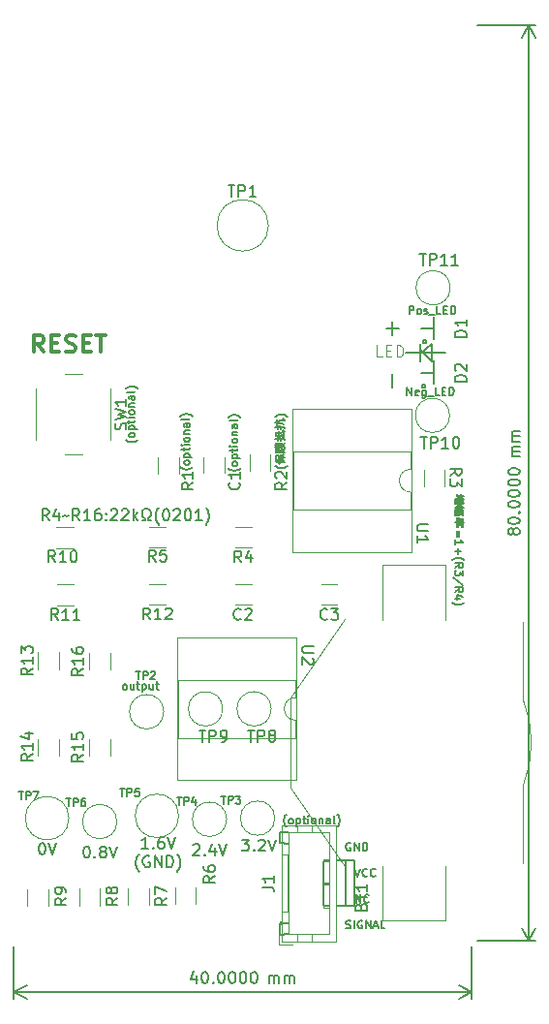
<source format=gbr>
G04 #@! TF.GenerationSoftware,KiCad,Pcbnew,7.0.0-da2b9df05c~163~ubuntu22.04.1*
G04 #@! TF.CreationDate,2023-03-30T16:17:32+09:00*
G04 #@! TF.ProjectId,staticdetector,73746174-6963-4646-9574-6563746f722e,rev?*
G04 #@! TF.SameCoordinates,Original*
G04 #@! TF.FileFunction,Legend,Top*
G04 #@! TF.FilePolarity,Positive*
%FSLAX46Y46*%
G04 Gerber Fmt 4.6, Leading zero omitted, Abs format (unit mm)*
G04 Created by KiCad (PCBNEW 7.0.0-da2b9df05c~163~ubuntu22.04.1) date 2023-03-30 16:17:32*
%MOMM*%
%LPD*%
G01*
G04 APERTURE LIST*
%ADD10C,0.150000*%
%ADD11C,0.300000*%
%ADD12C,0.100000*%
%ADD13C,0.120000*%
G04 APERTURE END LIST*
D10*
X133914333Y-78533333D02*
X133881000Y-78566666D01*
X133881000Y-78566666D02*
X133781000Y-78633333D01*
X133781000Y-78633333D02*
X133714333Y-78666666D01*
X133714333Y-78666666D02*
X133614333Y-78700000D01*
X133614333Y-78700000D02*
X133447666Y-78733333D01*
X133447666Y-78733333D02*
X133314333Y-78733333D01*
X133314333Y-78733333D02*
X133147666Y-78700000D01*
X133147666Y-78700000D02*
X133047666Y-78666666D01*
X133047666Y-78666666D02*
X132981000Y-78633333D01*
X132981000Y-78633333D02*
X132881000Y-78566666D01*
X132881000Y-78566666D02*
X132847666Y-78533333D01*
X133147666Y-78033333D02*
X133147666Y-77566666D01*
X133314333Y-78099999D02*
X133314333Y-77533333D01*
X133014333Y-78199999D02*
X133647666Y-78199999D01*
X132914333Y-78033333D02*
X133147666Y-78033333D01*
X133147666Y-77799999D02*
X133647666Y-77799999D01*
X132914333Y-78033333D02*
X132914333Y-77566666D01*
X132914333Y-77566666D02*
X133147666Y-77566666D01*
X133381000Y-77766666D02*
X133581000Y-77533333D01*
X133347666Y-77799999D02*
X133381000Y-77866666D01*
X133381000Y-77866666D02*
X133581000Y-78066666D01*
X132881000Y-78133333D02*
X133047666Y-78199999D01*
X133047666Y-78199999D02*
X133214333Y-78366666D01*
X132881000Y-77300000D02*
X132881000Y-77066666D01*
X132914333Y-77000000D02*
X132914333Y-76466666D01*
X133014333Y-77333333D02*
X133014333Y-77066666D01*
X133081000Y-76966666D02*
X133081000Y-76500000D01*
X133114333Y-77300000D02*
X133114333Y-77066666D01*
X133181000Y-76933333D02*
X133181000Y-76533333D01*
X133247666Y-77300000D02*
X133247666Y-77066666D01*
X133247666Y-76933333D02*
X133247666Y-76533333D01*
X133347666Y-76933333D02*
X133347666Y-76466666D01*
X133581000Y-77300000D02*
X133581000Y-77066666D01*
X133381000Y-77300000D02*
X133647666Y-77300000D01*
X133381000Y-77300000D02*
X133381000Y-77066666D01*
X133381000Y-77066666D02*
X133581000Y-77066666D01*
X133047666Y-76900000D02*
X133347666Y-76900000D01*
X132847666Y-76833333D02*
X132981000Y-76833333D01*
X133047666Y-76733333D02*
X133347666Y-76733333D01*
X132847666Y-76633333D02*
X132981000Y-76633333D01*
X133014333Y-76900000D02*
X133147666Y-77033333D01*
X133414333Y-76900000D02*
X133514333Y-76800000D01*
X133514333Y-76800000D02*
X133581000Y-76666666D01*
X133581000Y-76666666D02*
X133647666Y-76466666D01*
X133414333Y-77000000D02*
X133414333Y-76533333D01*
X133414333Y-76533333D02*
X133514333Y-76633333D01*
X133514333Y-76633333D02*
X133581000Y-76766666D01*
X133581000Y-76766666D02*
X133647666Y-77000000D01*
X133047666Y-76300000D02*
X133047666Y-76000000D01*
X133181000Y-75933333D02*
X133181000Y-75466667D01*
X133614333Y-76000000D02*
X133614333Y-75633333D01*
X133647666Y-76266667D02*
X133647666Y-76133333D01*
X132847666Y-76133333D02*
X133647666Y-76133333D01*
X132947666Y-75933333D02*
X133481000Y-75933333D01*
X133247666Y-76000000D02*
X133347666Y-76300000D01*
X132914333Y-75666667D02*
X133114333Y-75633333D01*
X133114333Y-75633333D02*
X133214333Y-75666667D01*
X133214333Y-75666667D02*
X133547666Y-75600000D01*
X132881000Y-75533333D02*
X132947666Y-75866667D01*
X133447666Y-75700000D02*
X133481000Y-76033333D01*
X133481000Y-75433333D02*
X133647666Y-75466667D01*
X133647666Y-75466667D02*
X133614333Y-75533333D01*
X133014333Y-74933334D02*
X133014333Y-74433334D01*
X133047666Y-75266667D02*
X133047666Y-74966667D01*
X133647666Y-75233334D02*
X133647666Y-75100000D01*
X132847666Y-75100000D02*
X133647666Y-75100000D01*
X132847666Y-74700000D02*
X132981000Y-74700000D01*
X133281000Y-74966667D02*
X133347666Y-75266667D01*
X133147666Y-74833334D02*
X133381000Y-74833334D01*
X133381000Y-74833334D02*
X133547666Y-74866667D01*
X133147666Y-74833334D02*
X133147666Y-74566667D01*
X133147666Y-74566667D02*
X133647666Y-74533334D01*
X133647666Y-74533334D02*
X133647666Y-74433334D01*
X133647666Y-74433334D02*
X133514333Y-74366667D01*
X133914333Y-74200001D02*
X133881000Y-74166667D01*
X133881000Y-74166667D02*
X133781000Y-74100001D01*
X133781000Y-74100001D02*
X133714333Y-74066667D01*
X133714333Y-74066667D02*
X133614333Y-74033334D01*
X133614333Y-74033334D02*
X133447666Y-74000001D01*
X133447666Y-74000001D02*
X133314333Y-74000001D01*
X133314333Y-74000001D02*
X133147666Y-74033334D01*
X133147666Y-74033334D02*
X133047666Y-74066667D01*
X133047666Y-74066667D02*
X132981000Y-74100001D01*
X132981000Y-74100001D02*
X132881000Y-74166667D01*
X132881000Y-74166667D02*
X132847666Y-74200001D01*
X149119000Y-80966666D02*
X149119000Y-81233333D01*
X149085666Y-81300000D02*
X149085666Y-81833333D01*
X148952333Y-81300000D02*
X148952333Y-81833333D01*
X148719000Y-81366666D02*
X148719000Y-81800000D01*
X148585666Y-81366666D02*
X148585666Y-81800000D01*
X149319000Y-81133333D02*
X148752333Y-81133333D01*
X149219000Y-81300000D02*
X148952333Y-81300000D01*
X148852333Y-81366666D02*
X148552333Y-81366666D01*
X149219000Y-81566666D02*
X148952333Y-81566666D01*
X148852333Y-81366666D02*
X148852333Y-81800000D01*
X148852333Y-81800000D02*
X148552333Y-81800000D01*
X149219000Y-81300000D02*
X149219000Y-81833333D01*
X149219000Y-81833333D02*
X148952333Y-81833333D01*
X149352333Y-81400000D02*
X149252333Y-81433333D01*
X149352333Y-81733333D02*
X149219000Y-81700000D01*
X148819000Y-81266666D02*
X148719000Y-80966666D01*
X149285666Y-82366666D02*
X149285666Y-82866666D01*
X149019000Y-82399999D02*
X149019000Y-82799999D01*
X148752333Y-82199999D02*
X148752333Y-82266666D01*
X148719000Y-82366666D02*
X148719000Y-82833333D01*
X148585666Y-82366666D02*
X148585666Y-82833333D01*
X149152333Y-81999999D02*
X148752333Y-81999999D01*
X149352333Y-82133333D02*
X148552333Y-82133333D01*
X149152333Y-81999999D02*
X149152333Y-82266666D01*
X149152333Y-82266666D02*
X148752333Y-82266666D01*
X148885666Y-82366666D02*
X148552333Y-82366666D01*
X149185666Y-82399999D02*
X149019000Y-82399999D01*
X148885666Y-82599999D02*
X148585666Y-82599999D01*
X149185666Y-82399999D02*
X149185666Y-82799999D01*
X149185666Y-82799999D02*
X149019000Y-82799999D01*
X148885666Y-82366666D02*
X148885666Y-82833333D01*
X148885666Y-82833333D02*
X148552333Y-82833333D01*
X149219000Y-83066666D02*
X149219000Y-83866666D01*
X148885666Y-83266666D02*
X148885666Y-83633332D01*
X148752333Y-83033332D02*
X148752333Y-83899999D01*
X148852333Y-83466666D02*
X148552333Y-83466666D01*
X149085666Y-83299999D02*
X149019000Y-83433332D01*
X148985666Y-83533332D02*
X148852333Y-83666666D01*
X149352333Y-83466666D02*
X149185666Y-83433332D01*
X149185666Y-83433332D02*
X149085666Y-83333332D01*
X149119000Y-83566666D02*
X148885666Y-83333332D01*
X148952333Y-83666666D02*
X148852333Y-83899999D01*
X149119000Y-83099999D02*
X149085666Y-83233332D01*
X148952333Y-83266666D02*
X148885666Y-83033332D01*
X149152333Y-83833332D02*
X149085666Y-83666666D01*
X148919000Y-84166665D02*
X148919000Y-84699999D01*
X148719000Y-84699999D02*
X148719000Y-84166665D01*
X148552333Y-85399999D02*
X148552333Y-84999999D01*
X148552333Y-85199999D02*
X149252333Y-85199999D01*
X149252333Y-85199999D02*
X149152333Y-85133332D01*
X149152333Y-85133332D02*
X149085666Y-85066666D01*
X149085666Y-85066666D02*
X149052333Y-84999999D01*
X148819000Y-85699999D02*
X148819000Y-86233333D01*
X148552333Y-85966666D02*
X149085666Y-85966666D01*
X148285666Y-86766666D02*
X148319000Y-86733333D01*
X148319000Y-86733333D02*
X148419000Y-86666666D01*
X148419000Y-86666666D02*
X148485666Y-86633333D01*
X148485666Y-86633333D02*
X148585666Y-86600000D01*
X148585666Y-86600000D02*
X148752333Y-86566666D01*
X148752333Y-86566666D02*
X148885666Y-86566666D01*
X148885666Y-86566666D02*
X149052333Y-86600000D01*
X149052333Y-86600000D02*
X149152333Y-86633333D01*
X149152333Y-86633333D02*
X149219000Y-86666666D01*
X149219000Y-86666666D02*
X149319000Y-86733333D01*
X149319000Y-86733333D02*
X149352333Y-86766666D01*
X148552333Y-87433333D02*
X148885666Y-87200000D01*
X148552333Y-87033333D02*
X149252333Y-87033333D01*
X149252333Y-87033333D02*
X149252333Y-87300000D01*
X149252333Y-87300000D02*
X149219000Y-87366667D01*
X149219000Y-87366667D02*
X149185666Y-87400000D01*
X149185666Y-87400000D02*
X149119000Y-87433333D01*
X149119000Y-87433333D02*
X149019000Y-87433333D01*
X149019000Y-87433333D02*
X148952333Y-87400000D01*
X148952333Y-87400000D02*
X148919000Y-87366667D01*
X148919000Y-87366667D02*
X148885666Y-87300000D01*
X148885666Y-87300000D02*
X148885666Y-87033333D01*
X149252333Y-87666667D02*
X149252333Y-88100000D01*
X149252333Y-88100000D02*
X148985666Y-87866667D01*
X148985666Y-87866667D02*
X148985666Y-87966667D01*
X148985666Y-87966667D02*
X148952333Y-88033333D01*
X148952333Y-88033333D02*
X148919000Y-88066667D01*
X148919000Y-88066667D02*
X148852333Y-88100000D01*
X148852333Y-88100000D02*
X148685666Y-88100000D01*
X148685666Y-88100000D02*
X148619000Y-88066667D01*
X148619000Y-88066667D02*
X148585666Y-88033333D01*
X148585666Y-88033333D02*
X148552333Y-87966667D01*
X148552333Y-87966667D02*
X148552333Y-87766667D01*
X148552333Y-87766667D02*
X148585666Y-87700000D01*
X148585666Y-87700000D02*
X148619000Y-87666667D01*
X149285666Y-88900000D02*
X148385666Y-88300000D01*
X148552333Y-89533333D02*
X148885666Y-89300000D01*
X148552333Y-89133333D02*
X149252333Y-89133333D01*
X149252333Y-89133333D02*
X149252333Y-89400000D01*
X149252333Y-89400000D02*
X149219000Y-89466667D01*
X149219000Y-89466667D02*
X149185666Y-89500000D01*
X149185666Y-89500000D02*
X149119000Y-89533333D01*
X149119000Y-89533333D02*
X149019000Y-89533333D01*
X149019000Y-89533333D02*
X148952333Y-89500000D01*
X148952333Y-89500000D02*
X148919000Y-89466667D01*
X148919000Y-89466667D02*
X148885666Y-89400000D01*
X148885666Y-89400000D02*
X148885666Y-89133333D01*
X149019000Y-90133333D02*
X148552333Y-90133333D01*
X149285666Y-89966667D02*
X148785666Y-89800000D01*
X148785666Y-89800000D02*
X148785666Y-90233333D01*
X148285666Y-90433334D02*
X148319000Y-90466667D01*
X148319000Y-90466667D02*
X148419000Y-90533334D01*
X148419000Y-90533334D02*
X148485666Y-90566667D01*
X148485666Y-90566667D02*
X148585666Y-90600000D01*
X148585666Y-90600000D02*
X148752333Y-90633334D01*
X148752333Y-90633334D02*
X148885666Y-90633334D01*
X148885666Y-90633334D02*
X149052333Y-90600000D01*
X149052333Y-90600000D02*
X149152333Y-90566667D01*
X149152333Y-90566667D02*
X149219000Y-90533334D01*
X149219000Y-90533334D02*
X149319000Y-90466667D01*
X149319000Y-90466667D02*
X149352333Y-90433334D01*
X133806666Y-110054333D02*
X133773333Y-110021000D01*
X133773333Y-110021000D02*
X133706666Y-109921000D01*
X133706666Y-109921000D02*
X133673333Y-109854333D01*
X133673333Y-109854333D02*
X133640000Y-109754333D01*
X133640000Y-109754333D02*
X133606666Y-109587666D01*
X133606666Y-109587666D02*
X133606666Y-109454333D01*
X133606666Y-109454333D02*
X133640000Y-109287666D01*
X133640000Y-109287666D02*
X133673333Y-109187666D01*
X133673333Y-109187666D02*
X133706666Y-109121000D01*
X133706666Y-109121000D02*
X133773333Y-109021000D01*
X133773333Y-109021000D02*
X133806666Y-108987666D01*
X134173333Y-109787666D02*
X134106667Y-109754333D01*
X134106667Y-109754333D02*
X134073333Y-109721000D01*
X134073333Y-109721000D02*
X134040000Y-109654333D01*
X134040000Y-109654333D02*
X134040000Y-109454333D01*
X134040000Y-109454333D02*
X134073333Y-109387666D01*
X134073333Y-109387666D02*
X134106667Y-109354333D01*
X134106667Y-109354333D02*
X134173333Y-109321000D01*
X134173333Y-109321000D02*
X134273333Y-109321000D01*
X134273333Y-109321000D02*
X134340000Y-109354333D01*
X134340000Y-109354333D02*
X134373333Y-109387666D01*
X134373333Y-109387666D02*
X134406667Y-109454333D01*
X134406667Y-109454333D02*
X134406667Y-109654333D01*
X134406667Y-109654333D02*
X134373333Y-109721000D01*
X134373333Y-109721000D02*
X134340000Y-109754333D01*
X134340000Y-109754333D02*
X134273333Y-109787666D01*
X134273333Y-109787666D02*
X134173333Y-109787666D01*
X134706666Y-109321000D02*
X134706666Y-110021000D01*
X134706666Y-109354333D02*
X134773333Y-109321000D01*
X134773333Y-109321000D02*
X134906666Y-109321000D01*
X134906666Y-109321000D02*
X134973333Y-109354333D01*
X134973333Y-109354333D02*
X135006666Y-109387666D01*
X135006666Y-109387666D02*
X135040000Y-109454333D01*
X135040000Y-109454333D02*
X135040000Y-109654333D01*
X135040000Y-109654333D02*
X135006666Y-109721000D01*
X135006666Y-109721000D02*
X134973333Y-109754333D01*
X134973333Y-109754333D02*
X134906666Y-109787666D01*
X134906666Y-109787666D02*
X134773333Y-109787666D01*
X134773333Y-109787666D02*
X134706666Y-109754333D01*
X135239999Y-109321000D02*
X135506666Y-109321000D01*
X135339999Y-109087666D02*
X135339999Y-109687666D01*
X135339999Y-109687666D02*
X135373333Y-109754333D01*
X135373333Y-109754333D02*
X135439999Y-109787666D01*
X135439999Y-109787666D02*
X135506666Y-109787666D01*
X135739999Y-109787666D02*
X135739999Y-109321000D01*
X135739999Y-109087666D02*
X135706666Y-109121000D01*
X135706666Y-109121000D02*
X135739999Y-109154333D01*
X135739999Y-109154333D02*
X135773333Y-109121000D01*
X135773333Y-109121000D02*
X135739999Y-109087666D01*
X135739999Y-109087666D02*
X135739999Y-109154333D01*
X136173332Y-109787666D02*
X136106666Y-109754333D01*
X136106666Y-109754333D02*
X136073332Y-109721000D01*
X136073332Y-109721000D02*
X136039999Y-109654333D01*
X136039999Y-109654333D02*
X136039999Y-109454333D01*
X136039999Y-109454333D02*
X136073332Y-109387666D01*
X136073332Y-109387666D02*
X136106666Y-109354333D01*
X136106666Y-109354333D02*
X136173332Y-109321000D01*
X136173332Y-109321000D02*
X136273332Y-109321000D01*
X136273332Y-109321000D02*
X136339999Y-109354333D01*
X136339999Y-109354333D02*
X136373332Y-109387666D01*
X136373332Y-109387666D02*
X136406666Y-109454333D01*
X136406666Y-109454333D02*
X136406666Y-109654333D01*
X136406666Y-109654333D02*
X136373332Y-109721000D01*
X136373332Y-109721000D02*
X136339999Y-109754333D01*
X136339999Y-109754333D02*
X136273332Y-109787666D01*
X136273332Y-109787666D02*
X136173332Y-109787666D01*
X136706665Y-109321000D02*
X136706665Y-109787666D01*
X136706665Y-109387666D02*
X136739999Y-109354333D01*
X136739999Y-109354333D02*
X136806665Y-109321000D01*
X136806665Y-109321000D02*
X136906665Y-109321000D01*
X136906665Y-109321000D02*
X136973332Y-109354333D01*
X136973332Y-109354333D02*
X137006665Y-109421000D01*
X137006665Y-109421000D02*
X137006665Y-109787666D01*
X137639998Y-109787666D02*
X137639998Y-109421000D01*
X137639998Y-109421000D02*
X137606665Y-109354333D01*
X137606665Y-109354333D02*
X137539998Y-109321000D01*
X137539998Y-109321000D02*
X137406665Y-109321000D01*
X137406665Y-109321000D02*
X137339998Y-109354333D01*
X137639998Y-109754333D02*
X137573332Y-109787666D01*
X137573332Y-109787666D02*
X137406665Y-109787666D01*
X137406665Y-109787666D02*
X137339998Y-109754333D01*
X137339998Y-109754333D02*
X137306665Y-109687666D01*
X137306665Y-109687666D02*
X137306665Y-109621000D01*
X137306665Y-109621000D02*
X137339998Y-109554333D01*
X137339998Y-109554333D02*
X137406665Y-109521000D01*
X137406665Y-109521000D02*
X137573332Y-109521000D01*
X137573332Y-109521000D02*
X137639998Y-109487666D01*
X138073331Y-109787666D02*
X138006665Y-109754333D01*
X138006665Y-109754333D02*
X137973331Y-109687666D01*
X137973331Y-109687666D02*
X137973331Y-109087666D01*
X138273332Y-110054333D02*
X138306665Y-110021000D01*
X138306665Y-110021000D02*
X138373332Y-109921000D01*
X138373332Y-109921000D02*
X138406665Y-109854333D01*
X138406665Y-109854333D02*
X138439998Y-109754333D01*
X138439998Y-109754333D02*
X138473332Y-109587666D01*
X138473332Y-109587666D02*
X138473332Y-109454333D01*
X138473332Y-109454333D02*
X138439998Y-109287666D01*
X138439998Y-109287666D02*
X138406665Y-109187666D01*
X138406665Y-109187666D02*
X138373332Y-109121000D01*
X138373332Y-109121000D02*
X138306665Y-109021000D01*
X138306665Y-109021000D02*
X138273332Y-108987666D01*
X125614333Y-78633333D02*
X125581000Y-78666666D01*
X125581000Y-78666666D02*
X125481000Y-78733333D01*
X125481000Y-78733333D02*
X125414333Y-78766666D01*
X125414333Y-78766666D02*
X125314333Y-78800000D01*
X125314333Y-78800000D02*
X125147666Y-78833333D01*
X125147666Y-78833333D02*
X125014333Y-78833333D01*
X125014333Y-78833333D02*
X124847666Y-78800000D01*
X124847666Y-78800000D02*
X124747666Y-78766666D01*
X124747666Y-78766666D02*
X124681000Y-78733333D01*
X124681000Y-78733333D02*
X124581000Y-78666666D01*
X124581000Y-78666666D02*
X124547666Y-78633333D01*
X125347666Y-78266666D02*
X125314333Y-78333333D01*
X125314333Y-78333333D02*
X125281000Y-78366666D01*
X125281000Y-78366666D02*
X125214333Y-78399999D01*
X125214333Y-78399999D02*
X125014333Y-78399999D01*
X125014333Y-78399999D02*
X124947666Y-78366666D01*
X124947666Y-78366666D02*
X124914333Y-78333333D01*
X124914333Y-78333333D02*
X124881000Y-78266666D01*
X124881000Y-78266666D02*
X124881000Y-78166666D01*
X124881000Y-78166666D02*
X124914333Y-78099999D01*
X124914333Y-78099999D02*
X124947666Y-78066666D01*
X124947666Y-78066666D02*
X125014333Y-78033333D01*
X125014333Y-78033333D02*
X125214333Y-78033333D01*
X125214333Y-78033333D02*
X125281000Y-78066666D01*
X125281000Y-78066666D02*
X125314333Y-78099999D01*
X125314333Y-78099999D02*
X125347666Y-78166666D01*
X125347666Y-78166666D02*
X125347666Y-78266666D01*
X124881000Y-77733333D02*
X125581000Y-77733333D01*
X124914333Y-77733333D02*
X124881000Y-77666666D01*
X124881000Y-77666666D02*
X124881000Y-77533333D01*
X124881000Y-77533333D02*
X124914333Y-77466666D01*
X124914333Y-77466666D02*
X124947666Y-77433333D01*
X124947666Y-77433333D02*
X125014333Y-77400000D01*
X125014333Y-77400000D02*
X125214333Y-77400000D01*
X125214333Y-77400000D02*
X125281000Y-77433333D01*
X125281000Y-77433333D02*
X125314333Y-77466666D01*
X125314333Y-77466666D02*
X125347666Y-77533333D01*
X125347666Y-77533333D02*
X125347666Y-77666666D01*
X125347666Y-77666666D02*
X125314333Y-77733333D01*
X124881000Y-77200000D02*
X124881000Y-76933333D01*
X124647666Y-77100000D02*
X125247666Y-77100000D01*
X125247666Y-77100000D02*
X125314333Y-77066667D01*
X125314333Y-77066667D02*
X125347666Y-77000000D01*
X125347666Y-77000000D02*
X125347666Y-76933333D01*
X125347666Y-76700000D02*
X124881000Y-76700000D01*
X124647666Y-76700000D02*
X124681000Y-76733333D01*
X124681000Y-76733333D02*
X124714333Y-76700000D01*
X124714333Y-76700000D02*
X124681000Y-76666667D01*
X124681000Y-76666667D02*
X124647666Y-76700000D01*
X124647666Y-76700000D02*
X124714333Y-76700000D01*
X125347666Y-76266667D02*
X125314333Y-76333334D01*
X125314333Y-76333334D02*
X125281000Y-76366667D01*
X125281000Y-76366667D02*
X125214333Y-76400000D01*
X125214333Y-76400000D02*
X125014333Y-76400000D01*
X125014333Y-76400000D02*
X124947666Y-76366667D01*
X124947666Y-76366667D02*
X124914333Y-76333334D01*
X124914333Y-76333334D02*
X124881000Y-76266667D01*
X124881000Y-76266667D02*
X124881000Y-76166667D01*
X124881000Y-76166667D02*
X124914333Y-76100000D01*
X124914333Y-76100000D02*
X124947666Y-76066667D01*
X124947666Y-76066667D02*
X125014333Y-76033334D01*
X125014333Y-76033334D02*
X125214333Y-76033334D01*
X125214333Y-76033334D02*
X125281000Y-76066667D01*
X125281000Y-76066667D02*
X125314333Y-76100000D01*
X125314333Y-76100000D02*
X125347666Y-76166667D01*
X125347666Y-76166667D02*
X125347666Y-76266667D01*
X124881000Y-75733334D02*
X125347666Y-75733334D01*
X124947666Y-75733334D02*
X124914333Y-75700001D01*
X124914333Y-75700001D02*
X124881000Y-75633334D01*
X124881000Y-75633334D02*
X124881000Y-75533334D01*
X124881000Y-75533334D02*
X124914333Y-75466667D01*
X124914333Y-75466667D02*
X124981000Y-75433334D01*
X124981000Y-75433334D02*
X125347666Y-75433334D01*
X125347666Y-74800001D02*
X124981000Y-74800001D01*
X124981000Y-74800001D02*
X124914333Y-74833334D01*
X124914333Y-74833334D02*
X124881000Y-74900001D01*
X124881000Y-74900001D02*
X124881000Y-75033334D01*
X124881000Y-75033334D02*
X124914333Y-75100001D01*
X125314333Y-74800001D02*
X125347666Y-74866668D01*
X125347666Y-74866668D02*
X125347666Y-75033334D01*
X125347666Y-75033334D02*
X125314333Y-75100001D01*
X125314333Y-75100001D02*
X125247666Y-75133334D01*
X125247666Y-75133334D02*
X125181000Y-75133334D01*
X125181000Y-75133334D02*
X125114333Y-75100001D01*
X125114333Y-75100001D02*
X125081000Y-75033334D01*
X125081000Y-75033334D02*
X125081000Y-74866668D01*
X125081000Y-74866668D02*
X125047666Y-74800001D01*
X125347666Y-74366668D02*
X125314333Y-74433335D01*
X125314333Y-74433335D02*
X125247666Y-74466668D01*
X125247666Y-74466668D02*
X124647666Y-74466668D01*
X125614333Y-74166668D02*
X125581000Y-74133334D01*
X125581000Y-74133334D02*
X125481000Y-74066668D01*
X125481000Y-74066668D02*
X125414333Y-74033334D01*
X125414333Y-74033334D02*
X125314333Y-74000001D01*
X125314333Y-74000001D02*
X125147666Y-73966668D01*
X125147666Y-73966668D02*
X125014333Y-73966668D01*
X125014333Y-73966668D02*
X124847666Y-74000001D01*
X124847666Y-74000001D02*
X124747666Y-74033334D01*
X124747666Y-74033334D02*
X124681000Y-74066668D01*
X124681000Y-74066668D02*
X124581000Y-74133334D01*
X124581000Y-74133334D02*
X124547666Y-74166668D01*
X120814333Y-76233333D02*
X120781000Y-76266666D01*
X120781000Y-76266666D02*
X120681000Y-76333333D01*
X120681000Y-76333333D02*
X120614333Y-76366666D01*
X120614333Y-76366666D02*
X120514333Y-76400000D01*
X120514333Y-76400000D02*
X120347666Y-76433333D01*
X120347666Y-76433333D02*
X120214333Y-76433333D01*
X120214333Y-76433333D02*
X120047666Y-76400000D01*
X120047666Y-76400000D02*
X119947666Y-76366666D01*
X119947666Y-76366666D02*
X119881000Y-76333333D01*
X119881000Y-76333333D02*
X119781000Y-76266666D01*
X119781000Y-76266666D02*
X119747666Y-76233333D01*
X120547666Y-75866666D02*
X120514333Y-75933333D01*
X120514333Y-75933333D02*
X120481000Y-75966666D01*
X120481000Y-75966666D02*
X120414333Y-75999999D01*
X120414333Y-75999999D02*
X120214333Y-75999999D01*
X120214333Y-75999999D02*
X120147666Y-75966666D01*
X120147666Y-75966666D02*
X120114333Y-75933333D01*
X120114333Y-75933333D02*
X120081000Y-75866666D01*
X120081000Y-75866666D02*
X120081000Y-75766666D01*
X120081000Y-75766666D02*
X120114333Y-75699999D01*
X120114333Y-75699999D02*
X120147666Y-75666666D01*
X120147666Y-75666666D02*
X120214333Y-75633333D01*
X120214333Y-75633333D02*
X120414333Y-75633333D01*
X120414333Y-75633333D02*
X120481000Y-75666666D01*
X120481000Y-75666666D02*
X120514333Y-75699999D01*
X120514333Y-75699999D02*
X120547666Y-75766666D01*
X120547666Y-75766666D02*
X120547666Y-75866666D01*
X120081000Y-75333333D02*
X120781000Y-75333333D01*
X120114333Y-75333333D02*
X120081000Y-75266666D01*
X120081000Y-75266666D02*
X120081000Y-75133333D01*
X120081000Y-75133333D02*
X120114333Y-75066666D01*
X120114333Y-75066666D02*
X120147666Y-75033333D01*
X120147666Y-75033333D02*
X120214333Y-75000000D01*
X120214333Y-75000000D02*
X120414333Y-75000000D01*
X120414333Y-75000000D02*
X120481000Y-75033333D01*
X120481000Y-75033333D02*
X120514333Y-75066666D01*
X120514333Y-75066666D02*
X120547666Y-75133333D01*
X120547666Y-75133333D02*
X120547666Y-75266666D01*
X120547666Y-75266666D02*
X120514333Y-75333333D01*
X120081000Y-74800000D02*
X120081000Y-74533333D01*
X119847666Y-74700000D02*
X120447666Y-74700000D01*
X120447666Y-74700000D02*
X120514333Y-74666667D01*
X120514333Y-74666667D02*
X120547666Y-74600000D01*
X120547666Y-74600000D02*
X120547666Y-74533333D01*
X120547666Y-74300000D02*
X120081000Y-74300000D01*
X119847666Y-74300000D02*
X119881000Y-74333333D01*
X119881000Y-74333333D02*
X119914333Y-74300000D01*
X119914333Y-74300000D02*
X119881000Y-74266667D01*
X119881000Y-74266667D02*
X119847666Y-74300000D01*
X119847666Y-74300000D02*
X119914333Y-74300000D01*
X120547666Y-73866667D02*
X120514333Y-73933334D01*
X120514333Y-73933334D02*
X120481000Y-73966667D01*
X120481000Y-73966667D02*
X120414333Y-74000000D01*
X120414333Y-74000000D02*
X120214333Y-74000000D01*
X120214333Y-74000000D02*
X120147666Y-73966667D01*
X120147666Y-73966667D02*
X120114333Y-73933334D01*
X120114333Y-73933334D02*
X120081000Y-73866667D01*
X120081000Y-73866667D02*
X120081000Y-73766667D01*
X120081000Y-73766667D02*
X120114333Y-73700000D01*
X120114333Y-73700000D02*
X120147666Y-73666667D01*
X120147666Y-73666667D02*
X120214333Y-73633334D01*
X120214333Y-73633334D02*
X120414333Y-73633334D01*
X120414333Y-73633334D02*
X120481000Y-73666667D01*
X120481000Y-73666667D02*
X120514333Y-73700000D01*
X120514333Y-73700000D02*
X120547666Y-73766667D01*
X120547666Y-73766667D02*
X120547666Y-73866667D01*
X120081000Y-73333334D02*
X120547666Y-73333334D01*
X120147666Y-73333334D02*
X120114333Y-73300001D01*
X120114333Y-73300001D02*
X120081000Y-73233334D01*
X120081000Y-73233334D02*
X120081000Y-73133334D01*
X120081000Y-73133334D02*
X120114333Y-73066667D01*
X120114333Y-73066667D02*
X120181000Y-73033334D01*
X120181000Y-73033334D02*
X120547666Y-73033334D01*
X120547666Y-72400001D02*
X120181000Y-72400001D01*
X120181000Y-72400001D02*
X120114333Y-72433334D01*
X120114333Y-72433334D02*
X120081000Y-72500001D01*
X120081000Y-72500001D02*
X120081000Y-72633334D01*
X120081000Y-72633334D02*
X120114333Y-72700001D01*
X120514333Y-72400001D02*
X120547666Y-72466668D01*
X120547666Y-72466668D02*
X120547666Y-72633334D01*
X120547666Y-72633334D02*
X120514333Y-72700001D01*
X120514333Y-72700001D02*
X120447666Y-72733334D01*
X120447666Y-72733334D02*
X120381000Y-72733334D01*
X120381000Y-72733334D02*
X120314333Y-72700001D01*
X120314333Y-72700001D02*
X120281000Y-72633334D01*
X120281000Y-72633334D02*
X120281000Y-72466668D01*
X120281000Y-72466668D02*
X120247666Y-72400001D01*
X120547666Y-71966668D02*
X120514333Y-72033335D01*
X120514333Y-72033335D02*
X120447666Y-72066668D01*
X120447666Y-72066668D02*
X119847666Y-72066668D01*
X120814333Y-71766668D02*
X120781000Y-71733334D01*
X120781000Y-71733334D02*
X120681000Y-71666668D01*
X120681000Y-71666668D02*
X120614333Y-71633334D01*
X120614333Y-71633334D02*
X120514333Y-71600001D01*
X120514333Y-71600001D02*
X120347666Y-71566668D01*
X120347666Y-71566668D02*
X120214333Y-71566668D01*
X120214333Y-71566668D02*
X120047666Y-71600001D01*
X120047666Y-71600001D02*
X119947666Y-71633334D01*
X119947666Y-71633334D02*
X119881000Y-71666668D01*
X119881000Y-71666668D02*
X119781000Y-71733334D01*
X119781000Y-71733334D02*
X119747666Y-71766668D01*
X129814333Y-78733333D02*
X129781000Y-78766666D01*
X129781000Y-78766666D02*
X129681000Y-78833333D01*
X129681000Y-78833333D02*
X129614333Y-78866666D01*
X129614333Y-78866666D02*
X129514333Y-78900000D01*
X129514333Y-78900000D02*
X129347666Y-78933333D01*
X129347666Y-78933333D02*
X129214333Y-78933333D01*
X129214333Y-78933333D02*
X129047666Y-78900000D01*
X129047666Y-78900000D02*
X128947666Y-78866666D01*
X128947666Y-78866666D02*
X128881000Y-78833333D01*
X128881000Y-78833333D02*
X128781000Y-78766666D01*
X128781000Y-78766666D02*
X128747666Y-78733333D01*
X129547666Y-78366666D02*
X129514333Y-78433333D01*
X129514333Y-78433333D02*
X129481000Y-78466666D01*
X129481000Y-78466666D02*
X129414333Y-78499999D01*
X129414333Y-78499999D02*
X129214333Y-78499999D01*
X129214333Y-78499999D02*
X129147666Y-78466666D01*
X129147666Y-78466666D02*
X129114333Y-78433333D01*
X129114333Y-78433333D02*
X129081000Y-78366666D01*
X129081000Y-78366666D02*
X129081000Y-78266666D01*
X129081000Y-78266666D02*
X129114333Y-78199999D01*
X129114333Y-78199999D02*
X129147666Y-78166666D01*
X129147666Y-78166666D02*
X129214333Y-78133333D01*
X129214333Y-78133333D02*
X129414333Y-78133333D01*
X129414333Y-78133333D02*
X129481000Y-78166666D01*
X129481000Y-78166666D02*
X129514333Y-78199999D01*
X129514333Y-78199999D02*
X129547666Y-78266666D01*
X129547666Y-78266666D02*
X129547666Y-78366666D01*
X129081000Y-77833333D02*
X129781000Y-77833333D01*
X129114333Y-77833333D02*
X129081000Y-77766666D01*
X129081000Y-77766666D02*
X129081000Y-77633333D01*
X129081000Y-77633333D02*
X129114333Y-77566666D01*
X129114333Y-77566666D02*
X129147666Y-77533333D01*
X129147666Y-77533333D02*
X129214333Y-77500000D01*
X129214333Y-77500000D02*
X129414333Y-77500000D01*
X129414333Y-77500000D02*
X129481000Y-77533333D01*
X129481000Y-77533333D02*
X129514333Y-77566666D01*
X129514333Y-77566666D02*
X129547666Y-77633333D01*
X129547666Y-77633333D02*
X129547666Y-77766666D01*
X129547666Y-77766666D02*
X129514333Y-77833333D01*
X129081000Y-77300000D02*
X129081000Y-77033333D01*
X128847666Y-77200000D02*
X129447666Y-77200000D01*
X129447666Y-77200000D02*
X129514333Y-77166667D01*
X129514333Y-77166667D02*
X129547666Y-77100000D01*
X129547666Y-77100000D02*
X129547666Y-77033333D01*
X129547666Y-76800000D02*
X129081000Y-76800000D01*
X128847666Y-76800000D02*
X128881000Y-76833333D01*
X128881000Y-76833333D02*
X128914333Y-76800000D01*
X128914333Y-76800000D02*
X128881000Y-76766667D01*
X128881000Y-76766667D02*
X128847666Y-76800000D01*
X128847666Y-76800000D02*
X128914333Y-76800000D01*
X129547666Y-76366667D02*
X129514333Y-76433334D01*
X129514333Y-76433334D02*
X129481000Y-76466667D01*
X129481000Y-76466667D02*
X129414333Y-76500000D01*
X129414333Y-76500000D02*
X129214333Y-76500000D01*
X129214333Y-76500000D02*
X129147666Y-76466667D01*
X129147666Y-76466667D02*
X129114333Y-76433334D01*
X129114333Y-76433334D02*
X129081000Y-76366667D01*
X129081000Y-76366667D02*
X129081000Y-76266667D01*
X129081000Y-76266667D02*
X129114333Y-76200000D01*
X129114333Y-76200000D02*
X129147666Y-76166667D01*
X129147666Y-76166667D02*
X129214333Y-76133334D01*
X129214333Y-76133334D02*
X129414333Y-76133334D01*
X129414333Y-76133334D02*
X129481000Y-76166667D01*
X129481000Y-76166667D02*
X129514333Y-76200000D01*
X129514333Y-76200000D02*
X129547666Y-76266667D01*
X129547666Y-76266667D02*
X129547666Y-76366667D01*
X129081000Y-75833334D02*
X129547666Y-75833334D01*
X129147666Y-75833334D02*
X129114333Y-75800001D01*
X129114333Y-75800001D02*
X129081000Y-75733334D01*
X129081000Y-75733334D02*
X129081000Y-75633334D01*
X129081000Y-75633334D02*
X129114333Y-75566667D01*
X129114333Y-75566667D02*
X129181000Y-75533334D01*
X129181000Y-75533334D02*
X129547666Y-75533334D01*
X129547666Y-74900001D02*
X129181000Y-74900001D01*
X129181000Y-74900001D02*
X129114333Y-74933334D01*
X129114333Y-74933334D02*
X129081000Y-75000001D01*
X129081000Y-75000001D02*
X129081000Y-75133334D01*
X129081000Y-75133334D02*
X129114333Y-75200001D01*
X129514333Y-74900001D02*
X129547666Y-74966668D01*
X129547666Y-74966668D02*
X129547666Y-75133334D01*
X129547666Y-75133334D02*
X129514333Y-75200001D01*
X129514333Y-75200001D02*
X129447666Y-75233334D01*
X129447666Y-75233334D02*
X129381000Y-75233334D01*
X129381000Y-75233334D02*
X129314333Y-75200001D01*
X129314333Y-75200001D02*
X129281000Y-75133334D01*
X129281000Y-75133334D02*
X129281000Y-74966668D01*
X129281000Y-74966668D02*
X129247666Y-74900001D01*
X129547666Y-74466668D02*
X129514333Y-74533335D01*
X129514333Y-74533335D02*
X129447666Y-74566668D01*
X129447666Y-74566668D02*
X128847666Y-74566668D01*
X129814333Y-74266668D02*
X129781000Y-74233334D01*
X129781000Y-74233334D02*
X129681000Y-74166668D01*
X129681000Y-74166668D02*
X129614333Y-74133334D01*
X129614333Y-74133334D02*
X129514333Y-74100001D01*
X129514333Y-74100001D02*
X129347666Y-74066668D01*
X129347666Y-74066668D02*
X129214333Y-74066668D01*
X129214333Y-74066668D02*
X129047666Y-74100001D01*
X129047666Y-74100001D02*
X128947666Y-74133334D01*
X128947666Y-74133334D02*
X128881000Y-74166668D01*
X128881000Y-74166668D02*
X128781000Y-74233334D01*
X128781000Y-74233334D02*
X128747666Y-74266668D01*
X144366666Y-72347666D02*
X144366666Y-71647666D01*
X144366666Y-71647666D02*
X144766666Y-72347666D01*
X144766666Y-72347666D02*
X144766666Y-71647666D01*
X145366666Y-72314333D02*
X145299999Y-72347666D01*
X145299999Y-72347666D02*
X145166666Y-72347666D01*
X145166666Y-72347666D02*
X145099999Y-72314333D01*
X145099999Y-72314333D02*
X145066666Y-72247666D01*
X145066666Y-72247666D02*
X145066666Y-71981000D01*
X145066666Y-71981000D02*
X145099999Y-71914333D01*
X145099999Y-71914333D02*
X145166666Y-71881000D01*
X145166666Y-71881000D02*
X145299999Y-71881000D01*
X145299999Y-71881000D02*
X145366666Y-71914333D01*
X145366666Y-71914333D02*
X145399999Y-71981000D01*
X145399999Y-71981000D02*
X145399999Y-72047666D01*
X145399999Y-72047666D02*
X145066666Y-72114333D01*
X145999999Y-71881000D02*
X145999999Y-72447666D01*
X145999999Y-72447666D02*
X145966666Y-72514333D01*
X145966666Y-72514333D02*
X145933333Y-72547666D01*
X145933333Y-72547666D02*
X145866666Y-72581000D01*
X145866666Y-72581000D02*
X145766666Y-72581000D01*
X145766666Y-72581000D02*
X145699999Y-72547666D01*
X145999999Y-72314333D02*
X145933333Y-72347666D01*
X145933333Y-72347666D02*
X145799999Y-72347666D01*
X145799999Y-72347666D02*
X145733333Y-72314333D01*
X145733333Y-72314333D02*
X145699999Y-72281000D01*
X145699999Y-72281000D02*
X145666666Y-72214333D01*
X145666666Y-72214333D02*
X145666666Y-72014333D01*
X145666666Y-72014333D02*
X145699999Y-71947666D01*
X145699999Y-71947666D02*
X145733333Y-71914333D01*
X145733333Y-71914333D02*
X145799999Y-71881000D01*
X145799999Y-71881000D02*
X145933333Y-71881000D01*
X145933333Y-71881000D02*
X145999999Y-71914333D01*
X146166666Y-72414333D02*
X146699999Y-72414333D01*
X147199999Y-72347666D02*
X146866665Y-72347666D01*
X146866665Y-72347666D02*
X146866665Y-71647666D01*
X147433332Y-71981000D02*
X147666666Y-71981000D01*
X147766666Y-72347666D02*
X147433332Y-72347666D01*
X147433332Y-72347666D02*
X147433332Y-71647666D01*
X147433332Y-71647666D02*
X147766666Y-71647666D01*
X148066665Y-72347666D02*
X148066665Y-71647666D01*
X148066665Y-71647666D02*
X148233332Y-71647666D01*
X148233332Y-71647666D02*
X148333332Y-71681000D01*
X148333332Y-71681000D02*
X148399999Y-71747666D01*
X148399999Y-71747666D02*
X148433332Y-71814333D01*
X148433332Y-71814333D02*
X148466665Y-71947666D01*
X148466665Y-71947666D02*
X148466665Y-72047666D01*
X148466665Y-72047666D02*
X148433332Y-72181000D01*
X148433332Y-72181000D02*
X148399999Y-72247666D01*
X148399999Y-72247666D02*
X148333332Y-72314333D01*
X148333332Y-72314333D02*
X148233332Y-72347666D01*
X148233332Y-72347666D02*
X148066665Y-72347666D01*
X144566666Y-65247666D02*
X144566666Y-64547666D01*
X144566666Y-64547666D02*
X144833333Y-64547666D01*
X144833333Y-64547666D02*
X144900000Y-64581000D01*
X144900000Y-64581000D02*
X144933333Y-64614333D01*
X144933333Y-64614333D02*
X144966666Y-64681000D01*
X144966666Y-64681000D02*
X144966666Y-64781000D01*
X144966666Y-64781000D02*
X144933333Y-64847666D01*
X144933333Y-64847666D02*
X144900000Y-64881000D01*
X144900000Y-64881000D02*
X144833333Y-64914333D01*
X144833333Y-64914333D02*
X144566666Y-64914333D01*
X145366666Y-65247666D02*
X145300000Y-65214333D01*
X145300000Y-65214333D02*
X145266666Y-65181000D01*
X145266666Y-65181000D02*
X145233333Y-65114333D01*
X145233333Y-65114333D02*
X145233333Y-64914333D01*
X145233333Y-64914333D02*
X145266666Y-64847666D01*
X145266666Y-64847666D02*
X145300000Y-64814333D01*
X145300000Y-64814333D02*
X145366666Y-64781000D01*
X145366666Y-64781000D02*
X145466666Y-64781000D01*
X145466666Y-64781000D02*
X145533333Y-64814333D01*
X145533333Y-64814333D02*
X145566666Y-64847666D01*
X145566666Y-64847666D02*
X145600000Y-64914333D01*
X145600000Y-64914333D02*
X145600000Y-65114333D01*
X145600000Y-65114333D02*
X145566666Y-65181000D01*
X145566666Y-65181000D02*
X145533333Y-65214333D01*
X145533333Y-65214333D02*
X145466666Y-65247666D01*
X145466666Y-65247666D02*
X145366666Y-65247666D01*
X145866666Y-65214333D02*
X145933333Y-65247666D01*
X145933333Y-65247666D02*
X146066666Y-65247666D01*
X146066666Y-65247666D02*
X146133333Y-65214333D01*
X146133333Y-65214333D02*
X146166666Y-65147666D01*
X146166666Y-65147666D02*
X146166666Y-65114333D01*
X146166666Y-65114333D02*
X146133333Y-65047666D01*
X146133333Y-65047666D02*
X146066666Y-65014333D01*
X146066666Y-65014333D02*
X145966666Y-65014333D01*
X145966666Y-65014333D02*
X145899999Y-64981000D01*
X145899999Y-64981000D02*
X145866666Y-64914333D01*
X145866666Y-64914333D02*
X145866666Y-64881000D01*
X145866666Y-64881000D02*
X145899999Y-64814333D01*
X145899999Y-64814333D02*
X145966666Y-64781000D01*
X145966666Y-64781000D02*
X146066666Y-64781000D01*
X146066666Y-64781000D02*
X146133333Y-64814333D01*
X146300000Y-65314333D02*
X146833333Y-65314333D01*
X147333333Y-65247666D02*
X146999999Y-65247666D01*
X146999999Y-65247666D02*
X146999999Y-64547666D01*
X147566666Y-64881000D02*
X147800000Y-64881000D01*
X147900000Y-65247666D02*
X147566666Y-65247666D01*
X147566666Y-65247666D02*
X147566666Y-64547666D01*
X147566666Y-64547666D02*
X147900000Y-64547666D01*
X148199999Y-65247666D02*
X148199999Y-64547666D01*
X148199999Y-64547666D02*
X148366666Y-64547666D01*
X148366666Y-64547666D02*
X148466666Y-64581000D01*
X148466666Y-64581000D02*
X148533333Y-64647666D01*
X148533333Y-64647666D02*
X148566666Y-64714333D01*
X148566666Y-64714333D02*
X148599999Y-64847666D01*
X148599999Y-64847666D02*
X148599999Y-64947666D01*
X148599999Y-64947666D02*
X148566666Y-65081000D01*
X148566666Y-65081000D02*
X148533333Y-65147666D01*
X148533333Y-65147666D02*
X148466666Y-65214333D01*
X148466666Y-65214333D02*
X148366666Y-65247666D01*
X148366666Y-65247666D02*
X148199999Y-65247666D01*
X121742857Y-111962380D02*
X121171429Y-111962380D01*
X121457143Y-111962380D02*
X121457143Y-110962380D01*
X121457143Y-110962380D02*
X121361905Y-111105238D01*
X121361905Y-111105238D02*
X121266667Y-111200476D01*
X121266667Y-111200476D02*
X121171429Y-111248095D01*
X122171429Y-111867142D02*
X122219048Y-111914761D01*
X122219048Y-111914761D02*
X122171429Y-111962380D01*
X122171429Y-111962380D02*
X122123810Y-111914761D01*
X122123810Y-111914761D02*
X122171429Y-111867142D01*
X122171429Y-111867142D02*
X122171429Y-111962380D01*
X123076190Y-110962380D02*
X122885714Y-110962380D01*
X122885714Y-110962380D02*
X122790476Y-111010000D01*
X122790476Y-111010000D02*
X122742857Y-111057619D01*
X122742857Y-111057619D02*
X122647619Y-111200476D01*
X122647619Y-111200476D02*
X122600000Y-111390952D01*
X122600000Y-111390952D02*
X122600000Y-111771904D01*
X122600000Y-111771904D02*
X122647619Y-111867142D01*
X122647619Y-111867142D02*
X122695238Y-111914761D01*
X122695238Y-111914761D02*
X122790476Y-111962380D01*
X122790476Y-111962380D02*
X122980952Y-111962380D01*
X122980952Y-111962380D02*
X123076190Y-111914761D01*
X123076190Y-111914761D02*
X123123809Y-111867142D01*
X123123809Y-111867142D02*
X123171428Y-111771904D01*
X123171428Y-111771904D02*
X123171428Y-111533809D01*
X123171428Y-111533809D02*
X123123809Y-111438571D01*
X123123809Y-111438571D02*
X123076190Y-111390952D01*
X123076190Y-111390952D02*
X122980952Y-111343333D01*
X122980952Y-111343333D02*
X122790476Y-111343333D01*
X122790476Y-111343333D02*
X122695238Y-111390952D01*
X122695238Y-111390952D02*
X122647619Y-111438571D01*
X122647619Y-111438571D02*
X122600000Y-111533809D01*
X123457143Y-110962380D02*
X123790476Y-111962380D01*
X123790476Y-111962380D02*
X124123809Y-110962380D01*
X120933333Y-113963333D02*
X120885714Y-113915714D01*
X120885714Y-113915714D02*
X120790476Y-113772857D01*
X120790476Y-113772857D02*
X120742857Y-113677619D01*
X120742857Y-113677619D02*
X120695238Y-113534761D01*
X120695238Y-113534761D02*
X120647619Y-113296666D01*
X120647619Y-113296666D02*
X120647619Y-113106190D01*
X120647619Y-113106190D02*
X120695238Y-112868095D01*
X120695238Y-112868095D02*
X120742857Y-112725238D01*
X120742857Y-112725238D02*
X120790476Y-112630000D01*
X120790476Y-112630000D02*
X120885714Y-112487142D01*
X120885714Y-112487142D02*
X120933333Y-112439523D01*
X121838095Y-112630000D02*
X121742857Y-112582380D01*
X121742857Y-112582380D02*
X121600000Y-112582380D01*
X121600000Y-112582380D02*
X121457143Y-112630000D01*
X121457143Y-112630000D02*
X121361905Y-112725238D01*
X121361905Y-112725238D02*
X121314286Y-112820476D01*
X121314286Y-112820476D02*
X121266667Y-113010952D01*
X121266667Y-113010952D02*
X121266667Y-113153809D01*
X121266667Y-113153809D02*
X121314286Y-113344285D01*
X121314286Y-113344285D02*
X121361905Y-113439523D01*
X121361905Y-113439523D02*
X121457143Y-113534761D01*
X121457143Y-113534761D02*
X121600000Y-113582380D01*
X121600000Y-113582380D02*
X121695238Y-113582380D01*
X121695238Y-113582380D02*
X121838095Y-113534761D01*
X121838095Y-113534761D02*
X121885714Y-113487142D01*
X121885714Y-113487142D02*
X121885714Y-113153809D01*
X121885714Y-113153809D02*
X121695238Y-113153809D01*
X122314286Y-113582380D02*
X122314286Y-112582380D01*
X122314286Y-112582380D02*
X122885714Y-113582380D01*
X122885714Y-113582380D02*
X122885714Y-112582380D01*
X123361905Y-113582380D02*
X123361905Y-112582380D01*
X123361905Y-112582380D02*
X123600000Y-112582380D01*
X123600000Y-112582380D02*
X123742857Y-112630000D01*
X123742857Y-112630000D02*
X123838095Y-112725238D01*
X123838095Y-112725238D02*
X123885714Y-112820476D01*
X123885714Y-112820476D02*
X123933333Y-113010952D01*
X123933333Y-113010952D02*
X123933333Y-113153809D01*
X123933333Y-113153809D02*
X123885714Y-113344285D01*
X123885714Y-113344285D02*
X123838095Y-113439523D01*
X123838095Y-113439523D02*
X123742857Y-113534761D01*
X123742857Y-113534761D02*
X123600000Y-113582380D01*
X123600000Y-113582380D02*
X123361905Y-113582380D01*
X124266667Y-113963333D02*
X124314286Y-113915714D01*
X124314286Y-113915714D02*
X124409524Y-113772857D01*
X124409524Y-113772857D02*
X124457143Y-113677619D01*
X124457143Y-113677619D02*
X124504762Y-113534761D01*
X124504762Y-113534761D02*
X124552381Y-113296666D01*
X124552381Y-113296666D02*
X124552381Y-113106190D01*
X124552381Y-113106190D02*
X124504762Y-112868095D01*
X124504762Y-112868095D02*
X124457143Y-112725238D01*
X124457143Y-112725238D02*
X124409524Y-112630000D01*
X124409524Y-112630000D02*
X124314286Y-112487142D01*
X124314286Y-112487142D02*
X124266667Y-112439523D01*
X133250000Y-110500000D02*
X134050000Y-110550000D01*
X145600000Y-66500000D02*
X146600000Y-66500000D01*
X146500000Y-67850000D02*
X146500000Y-69350000D01*
X146000000Y-67500000D02*
X145750000Y-67500000D01*
X138250000Y-113000000D02*
X139750000Y-113000000D01*
X134050000Y-112500000D02*
X134050000Y-117500000D01*
X146700000Y-69300000D02*
X146700000Y-71300000D01*
X144250000Y-68600000D02*
X147750000Y-68600000D01*
X134050000Y-118475000D02*
X133340000Y-118450000D01*
X139750000Y-113000000D02*
X139750000Y-117000000D01*
X145500000Y-67850000D02*
X145500000Y-69350000D01*
X145675000Y-71400000D02*
X145675000Y-71650000D01*
X137050000Y-113100000D02*
X137050000Y-116900000D01*
X145925000Y-71400000D02*
X145675000Y-71400000D01*
X146000000Y-67750000D02*
X146000000Y-67500000D01*
X145750000Y-67500000D02*
X145750000Y-67750000D01*
X145750000Y-67750000D02*
X146000000Y-67750000D01*
X145500000Y-68725000D02*
X146500000Y-67850000D01*
X133250000Y-111500000D02*
X133250000Y-110500000D01*
X145675000Y-71650000D02*
X145925000Y-71650000D01*
X146700000Y-65500000D02*
X146700000Y-67400000D01*
X134050000Y-111525000D02*
X133250000Y-111500000D01*
X133250000Y-119500000D02*
X133240000Y-118450000D01*
X145925000Y-71650000D02*
X145925000Y-71400000D01*
X145600000Y-70400000D02*
X146600000Y-70400000D01*
X134050000Y-119450000D02*
X133250000Y-119500000D01*
X146500000Y-69350000D02*
X145500000Y-68350000D01*
X139000000Y-113000000D02*
X139000000Y-117000000D01*
X139750000Y-117000000D02*
X138250000Y-117000000D01*
D11*
X112614285Y-68573571D02*
X112114285Y-67859285D01*
X111757142Y-68573571D02*
X111757142Y-67073571D01*
X111757142Y-67073571D02*
X112328571Y-67073571D01*
X112328571Y-67073571D02*
X112471428Y-67145000D01*
X112471428Y-67145000D02*
X112542857Y-67216428D01*
X112542857Y-67216428D02*
X112614285Y-67359285D01*
X112614285Y-67359285D02*
X112614285Y-67573571D01*
X112614285Y-67573571D02*
X112542857Y-67716428D01*
X112542857Y-67716428D02*
X112471428Y-67787857D01*
X112471428Y-67787857D02*
X112328571Y-67859285D01*
X112328571Y-67859285D02*
X111757142Y-67859285D01*
X113257142Y-67787857D02*
X113757142Y-67787857D01*
X113971428Y-68573571D02*
X113257142Y-68573571D01*
X113257142Y-68573571D02*
X113257142Y-67073571D01*
X113257142Y-67073571D02*
X113971428Y-67073571D01*
X114542857Y-68502142D02*
X114757143Y-68573571D01*
X114757143Y-68573571D02*
X115114285Y-68573571D01*
X115114285Y-68573571D02*
X115257143Y-68502142D01*
X115257143Y-68502142D02*
X115328571Y-68430714D01*
X115328571Y-68430714D02*
X115400000Y-68287857D01*
X115400000Y-68287857D02*
X115400000Y-68145000D01*
X115400000Y-68145000D02*
X115328571Y-68002142D01*
X115328571Y-68002142D02*
X115257143Y-67930714D01*
X115257143Y-67930714D02*
X115114285Y-67859285D01*
X115114285Y-67859285D02*
X114828571Y-67787857D01*
X114828571Y-67787857D02*
X114685714Y-67716428D01*
X114685714Y-67716428D02*
X114614285Y-67645000D01*
X114614285Y-67645000D02*
X114542857Y-67502142D01*
X114542857Y-67502142D02*
X114542857Y-67359285D01*
X114542857Y-67359285D02*
X114614285Y-67216428D01*
X114614285Y-67216428D02*
X114685714Y-67145000D01*
X114685714Y-67145000D02*
X114828571Y-67073571D01*
X114828571Y-67073571D02*
X115185714Y-67073571D01*
X115185714Y-67073571D02*
X115400000Y-67145000D01*
X116042856Y-67787857D02*
X116542856Y-67787857D01*
X116757142Y-68573571D02*
X116042856Y-68573571D01*
X116042856Y-68573571D02*
X116042856Y-67073571D01*
X116042856Y-67073571D02*
X116757142Y-67073571D01*
X117185714Y-67073571D02*
X118042857Y-67073571D01*
X117614285Y-68573571D02*
X117614285Y-67073571D01*
D10*
X143102142Y-71642857D02*
X143102142Y-70500000D01*
X143102142Y-67085714D02*
X143102142Y-65942857D01*
X143673571Y-66514285D02*
X142530714Y-66514285D01*
X113059523Y-83282380D02*
X112726190Y-82806190D01*
X112488095Y-83282380D02*
X112488095Y-82282380D01*
X112488095Y-82282380D02*
X112869047Y-82282380D01*
X112869047Y-82282380D02*
X112964285Y-82330000D01*
X112964285Y-82330000D02*
X113011904Y-82377619D01*
X113011904Y-82377619D02*
X113059523Y-82472857D01*
X113059523Y-82472857D02*
X113059523Y-82615714D01*
X113059523Y-82615714D02*
X113011904Y-82710952D01*
X113011904Y-82710952D02*
X112964285Y-82758571D01*
X112964285Y-82758571D02*
X112869047Y-82806190D01*
X112869047Y-82806190D02*
X112488095Y-82806190D01*
X113916666Y-82615714D02*
X113916666Y-83282380D01*
X113678571Y-82234761D02*
X113440476Y-82949047D01*
X113440476Y-82949047D02*
X114059523Y-82949047D01*
X114297619Y-82901428D02*
X114345238Y-82853809D01*
X114345238Y-82853809D02*
X114440476Y-82806190D01*
X114440476Y-82806190D02*
X114630952Y-82901428D01*
X114630952Y-82901428D02*
X114726190Y-82853809D01*
X114726190Y-82853809D02*
X114773809Y-82806190D01*
X115726190Y-83282380D02*
X115392857Y-82806190D01*
X115154762Y-83282380D02*
X115154762Y-82282380D01*
X115154762Y-82282380D02*
X115535714Y-82282380D01*
X115535714Y-82282380D02*
X115630952Y-82330000D01*
X115630952Y-82330000D02*
X115678571Y-82377619D01*
X115678571Y-82377619D02*
X115726190Y-82472857D01*
X115726190Y-82472857D02*
X115726190Y-82615714D01*
X115726190Y-82615714D02*
X115678571Y-82710952D01*
X115678571Y-82710952D02*
X115630952Y-82758571D01*
X115630952Y-82758571D02*
X115535714Y-82806190D01*
X115535714Y-82806190D02*
X115154762Y-82806190D01*
X116678571Y-83282380D02*
X116107143Y-83282380D01*
X116392857Y-83282380D02*
X116392857Y-82282380D01*
X116392857Y-82282380D02*
X116297619Y-82425238D01*
X116297619Y-82425238D02*
X116202381Y-82520476D01*
X116202381Y-82520476D02*
X116107143Y-82568095D01*
X117535714Y-82282380D02*
X117345238Y-82282380D01*
X117345238Y-82282380D02*
X117250000Y-82330000D01*
X117250000Y-82330000D02*
X117202381Y-82377619D01*
X117202381Y-82377619D02*
X117107143Y-82520476D01*
X117107143Y-82520476D02*
X117059524Y-82710952D01*
X117059524Y-82710952D02*
X117059524Y-83091904D01*
X117059524Y-83091904D02*
X117107143Y-83187142D01*
X117107143Y-83187142D02*
X117154762Y-83234761D01*
X117154762Y-83234761D02*
X117250000Y-83282380D01*
X117250000Y-83282380D02*
X117440476Y-83282380D01*
X117440476Y-83282380D02*
X117535714Y-83234761D01*
X117535714Y-83234761D02*
X117583333Y-83187142D01*
X117583333Y-83187142D02*
X117630952Y-83091904D01*
X117630952Y-83091904D02*
X117630952Y-82853809D01*
X117630952Y-82853809D02*
X117583333Y-82758571D01*
X117583333Y-82758571D02*
X117535714Y-82710952D01*
X117535714Y-82710952D02*
X117440476Y-82663333D01*
X117440476Y-82663333D02*
X117250000Y-82663333D01*
X117250000Y-82663333D02*
X117154762Y-82710952D01*
X117154762Y-82710952D02*
X117107143Y-82758571D01*
X117107143Y-82758571D02*
X117059524Y-82853809D01*
X118059524Y-83187142D02*
X118107143Y-83234761D01*
X118107143Y-83234761D02*
X118059524Y-83282380D01*
X118059524Y-83282380D02*
X118011905Y-83234761D01*
X118011905Y-83234761D02*
X118059524Y-83187142D01*
X118059524Y-83187142D02*
X118059524Y-83282380D01*
X118059524Y-82663333D02*
X118107143Y-82710952D01*
X118107143Y-82710952D02*
X118059524Y-82758571D01*
X118059524Y-82758571D02*
X118011905Y-82710952D01*
X118011905Y-82710952D02*
X118059524Y-82663333D01*
X118059524Y-82663333D02*
X118059524Y-82758571D01*
X118488095Y-82377619D02*
X118535714Y-82330000D01*
X118535714Y-82330000D02*
X118630952Y-82282380D01*
X118630952Y-82282380D02*
X118869047Y-82282380D01*
X118869047Y-82282380D02*
X118964285Y-82330000D01*
X118964285Y-82330000D02*
X119011904Y-82377619D01*
X119011904Y-82377619D02*
X119059523Y-82472857D01*
X119059523Y-82472857D02*
X119059523Y-82568095D01*
X119059523Y-82568095D02*
X119011904Y-82710952D01*
X119011904Y-82710952D02*
X118440476Y-83282380D01*
X118440476Y-83282380D02*
X119059523Y-83282380D01*
X119440476Y-82377619D02*
X119488095Y-82330000D01*
X119488095Y-82330000D02*
X119583333Y-82282380D01*
X119583333Y-82282380D02*
X119821428Y-82282380D01*
X119821428Y-82282380D02*
X119916666Y-82330000D01*
X119916666Y-82330000D02*
X119964285Y-82377619D01*
X119964285Y-82377619D02*
X120011904Y-82472857D01*
X120011904Y-82472857D02*
X120011904Y-82568095D01*
X120011904Y-82568095D02*
X119964285Y-82710952D01*
X119964285Y-82710952D02*
X119392857Y-83282380D01*
X119392857Y-83282380D02*
X120011904Y-83282380D01*
X120440476Y-83282380D02*
X120440476Y-82282380D01*
X120535714Y-82901428D02*
X120821428Y-83282380D01*
X120821428Y-82615714D02*
X120440476Y-82996666D01*
X121202381Y-83282380D02*
X121440476Y-83282380D01*
X121440476Y-83282380D02*
X121440476Y-83091904D01*
X121440476Y-83091904D02*
X121345238Y-83044285D01*
X121345238Y-83044285D02*
X121250000Y-82949047D01*
X121250000Y-82949047D02*
X121202381Y-82806190D01*
X121202381Y-82806190D02*
X121202381Y-82568095D01*
X121202381Y-82568095D02*
X121250000Y-82425238D01*
X121250000Y-82425238D02*
X121345238Y-82330000D01*
X121345238Y-82330000D02*
X121488095Y-82282380D01*
X121488095Y-82282380D02*
X121678571Y-82282380D01*
X121678571Y-82282380D02*
X121821428Y-82330000D01*
X121821428Y-82330000D02*
X121916666Y-82425238D01*
X121916666Y-82425238D02*
X121964285Y-82568095D01*
X121964285Y-82568095D02*
X121964285Y-82806190D01*
X121964285Y-82806190D02*
X121916666Y-82949047D01*
X121916666Y-82949047D02*
X121821428Y-83044285D01*
X121821428Y-83044285D02*
X121726190Y-83091904D01*
X121726190Y-83091904D02*
X121726190Y-83282380D01*
X121726190Y-83282380D02*
X121964285Y-83282380D01*
X122678571Y-83663333D02*
X122630952Y-83615714D01*
X122630952Y-83615714D02*
X122535714Y-83472857D01*
X122535714Y-83472857D02*
X122488095Y-83377619D01*
X122488095Y-83377619D02*
X122440476Y-83234761D01*
X122440476Y-83234761D02*
X122392857Y-82996666D01*
X122392857Y-82996666D02*
X122392857Y-82806190D01*
X122392857Y-82806190D02*
X122440476Y-82568095D01*
X122440476Y-82568095D02*
X122488095Y-82425238D01*
X122488095Y-82425238D02*
X122535714Y-82330000D01*
X122535714Y-82330000D02*
X122630952Y-82187142D01*
X122630952Y-82187142D02*
X122678571Y-82139523D01*
X123250000Y-82282380D02*
X123345238Y-82282380D01*
X123345238Y-82282380D02*
X123440476Y-82330000D01*
X123440476Y-82330000D02*
X123488095Y-82377619D01*
X123488095Y-82377619D02*
X123535714Y-82472857D01*
X123535714Y-82472857D02*
X123583333Y-82663333D01*
X123583333Y-82663333D02*
X123583333Y-82901428D01*
X123583333Y-82901428D02*
X123535714Y-83091904D01*
X123535714Y-83091904D02*
X123488095Y-83187142D01*
X123488095Y-83187142D02*
X123440476Y-83234761D01*
X123440476Y-83234761D02*
X123345238Y-83282380D01*
X123345238Y-83282380D02*
X123250000Y-83282380D01*
X123250000Y-83282380D02*
X123154762Y-83234761D01*
X123154762Y-83234761D02*
X123107143Y-83187142D01*
X123107143Y-83187142D02*
X123059524Y-83091904D01*
X123059524Y-83091904D02*
X123011905Y-82901428D01*
X123011905Y-82901428D02*
X123011905Y-82663333D01*
X123011905Y-82663333D02*
X123059524Y-82472857D01*
X123059524Y-82472857D02*
X123107143Y-82377619D01*
X123107143Y-82377619D02*
X123154762Y-82330000D01*
X123154762Y-82330000D02*
X123250000Y-82282380D01*
X123964286Y-82377619D02*
X124011905Y-82330000D01*
X124011905Y-82330000D02*
X124107143Y-82282380D01*
X124107143Y-82282380D02*
X124345238Y-82282380D01*
X124345238Y-82282380D02*
X124440476Y-82330000D01*
X124440476Y-82330000D02*
X124488095Y-82377619D01*
X124488095Y-82377619D02*
X124535714Y-82472857D01*
X124535714Y-82472857D02*
X124535714Y-82568095D01*
X124535714Y-82568095D02*
X124488095Y-82710952D01*
X124488095Y-82710952D02*
X123916667Y-83282380D01*
X123916667Y-83282380D02*
X124535714Y-83282380D01*
X125154762Y-82282380D02*
X125250000Y-82282380D01*
X125250000Y-82282380D02*
X125345238Y-82330000D01*
X125345238Y-82330000D02*
X125392857Y-82377619D01*
X125392857Y-82377619D02*
X125440476Y-82472857D01*
X125440476Y-82472857D02*
X125488095Y-82663333D01*
X125488095Y-82663333D02*
X125488095Y-82901428D01*
X125488095Y-82901428D02*
X125440476Y-83091904D01*
X125440476Y-83091904D02*
X125392857Y-83187142D01*
X125392857Y-83187142D02*
X125345238Y-83234761D01*
X125345238Y-83234761D02*
X125250000Y-83282380D01*
X125250000Y-83282380D02*
X125154762Y-83282380D01*
X125154762Y-83282380D02*
X125059524Y-83234761D01*
X125059524Y-83234761D02*
X125011905Y-83187142D01*
X125011905Y-83187142D02*
X124964286Y-83091904D01*
X124964286Y-83091904D02*
X124916667Y-82901428D01*
X124916667Y-82901428D02*
X124916667Y-82663333D01*
X124916667Y-82663333D02*
X124964286Y-82472857D01*
X124964286Y-82472857D02*
X125011905Y-82377619D01*
X125011905Y-82377619D02*
X125059524Y-82330000D01*
X125059524Y-82330000D02*
X125154762Y-82282380D01*
X126440476Y-83282380D02*
X125869048Y-83282380D01*
X126154762Y-83282380D02*
X126154762Y-82282380D01*
X126154762Y-82282380D02*
X126059524Y-82425238D01*
X126059524Y-82425238D02*
X125964286Y-82520476D01*
X125964286Y-82520476D02*
X125869048Y-82568095D01*
X126773810Y-83663333D02*
X126821429Y-83615714D01*
X126821429Y-83615714D02*
X126916667Y-83472857D01*
X126916667Y-83472857D02*
X126964286Y-83377619D01*
X126964286Y-83377619D02*
X127011905Y-83234761D01*
X127011905Y-83234761D02*
X127059524Y-82996666D01*
X127059524Y-82996666D02*
X127059524Y-82806190D01*
X127059524Y-82806190D02*
X127011905Y-82568095D01*
X127011905Y-82568095D02*
X126964286Y-82425238D01*
X126964286Y-82425238D02*
X126916667Y-82330000D01*
X126916667Y-82330000D02*
X126821429Y-82187142D01*
X126821429Y-82187142D02*
X126773810Y-82139523D01*
X139433333Y-111477000D02*
X139366666Y-111443666D01*
X139366666Y-111443666D02*
X139266666Y-111443666D01*
X139266666Y-111443666D02*
X139166666Y-111477000D01*
X139166666Y-111477000D02*
X139100000Y-111543666D01*
X139100000Y-111543666D02*
X139066666Y-111610333D01*
X139066666Y-111610333D02*
X139033333Y-111743666D01*
X139033333Y-111743666D02*
X139033333Y-111843666D01*
X139033333Y-111843666D02*
X139066666Y-111977000D01*
X139066666Y-111977000D02*
X139100000Y-112043666D01*
X139100000Y-112043666D02*
X139166666Y-112110333D01*
X139166666Y-112110333D02*
X139266666Y-112143666D01*
X139266666Y-112143666D02*
X139333333Y-112143666D01*
X139333333Y-112143666D02*
X139433333Y-112110333D01*
X139433333Y-112110333D02*
X139466666Y-112077000D01*
X139466666Y-112077000D02*
X139466666Y-111843666D01*
X139466666Y-111843666D02*
X139333333Y-111843666D01*
X139766666Y-112143666D02*
X139766666Y-111443666D01*
X139766666Y-111443666D02*
X140166666Y-112143666D01*
X140166666Y-112143666D02*
X140166666Y-111443666D01*
X140499999Y-112143666D02*
X140499999Y-111443666D01*
X140499999Y-111443666D02*
X140666666Y-111443666D01*
X140666666Y-111443666D02*
X140766666Y-111477000D01*
X140766666Y-111477000D02*
X140833333Y-111543666D01*
X140833333Y-111543666D02*
X140866666Y-111610333D01*
X140866666Y-111610333D02*
X140899999Y-111743666D01*
X140899999Y-111743666D02*
X140899999Y-111843666D01*
X140899999Y-111843666D02*
X140866666Y-111977000D01*
X140866666Y-111977000D02*
X140833333Y-112043666D01*
X140833333Y-112043666D02*
X140766666Y-112110333D01*
X140766666Y-112110333D02*
X140666666Y-112143666D01*
X140666666Y-112143666D02*
X140499999Y-112143666D01*
X139806666Y-113711666D02*
X140040000Y-114411666D01*
X140040000Y-114411666D02*
X140273333Y-113711666D01*
X140906666Y-114345000D02*
X140873333Y-114378333D01*
X140873333Y-114378333D02*
X140773333Y-114411666D01*
X140773333Y-114411666D02*
X140706666Y-114411666D01*
X140706666Y-114411666D02*
X140606666Y-114378333D01*
X140606666Y-114378333D02*
X140540000Y-114311666D01*
X140540000Y-114311666D02*
X140506666Y-114245000D01*
X140506666Y-114245000D02*
X140473333Y-114111666D01*
X140473333Y-114111666D02*
X140473333Y-114011666D01*
X140473333Y-114011666D02*
X140506666Y-113878333D01*
X140506666Y-113878333D02*
X140540000Y-113811666D01*
X140540000Y-113811666D02*
X140606666Y-113745000D01*
X140606666Y-113745000D02*
X140706666Y-113711666D01*
X140706666Y-113711666D02*
X140773333Y-113711666D01*
X140773333Y-113711666D02*
X140873333Y-113745000D01*
X140873333Y-113745000D02*
X140906666Y-113778333D01*
X141606666Y-114345000D02*
X141573333Y-114378333D01*
X141573333Y-114378333D02*
X141473333Y-114411666D01*
X141473333Y-114411666D02*
X141406666Y-114411666D01*
X141406666Y-114411666D02*
X141306666Y-114378333D01*
X141306666Y-114378333D02*
X141240000Y-114311666D01*
X141240000Y-114311666D02*
X141206666Y-114245000D01*
X141206666Y-114245000D02*
X141173333Y-114111666D01*
X141173333Y-114111666D02*
X141173333Y-114011666D01*
X141173333Y-114011666D02*
X141206666Y-113878333D01*
X141206666Y-113878333D02*
X141240000Y-113811666D01*
X141240000Y-113811666D02*
X141306666Y-113745000D01*
X141306666Y-113745000D02*
X141406666Y-113711666D01*
X141406666Y-113711666D02*
X141473333Y-113711666D01*
X141473333Y-113711666D02*
X141573333Y-113745000D01*
X141573333Y-113745000D02*
X141606666Y-113778333D01*
X139906666Y-116679666D02*
X139906666Y-115979666D01*
X139906666Y-115979666D02*
X140306666Y-116679666D01*
X140306666Y-116679666D02*
X140306666Y-115979666D01*
X141039999Y-116613000D02*
X141006666Y-116646333D01*
X141006666Y-116646333D02*
X140906666Y-116679666D01*
X140906666Y-116679666D02*
X140839999Y-116679666D01*
X140839999Y-116679666D02*
X140739999Y-116646333D01*
X140739999Y-116646333D02*
X140673333Y-116579666D01*
X140673333Y-116579666D02*
X140639999Y-116513000D01*
X140639999Y-116513000D02*
X140606666Y-116379666D01*
X140606666Y-116379666D02*
X140606666Y-116279666D01*
X140606666Y-116279666D02*
X140639999Y-116146333D01*
X140639999Y-116146333D02*
X140673333Y-116079666D01*
X140673333Y-116079666D02*
X140739999Y-116013000D01*
X140739999Y-116013000D02*
X140839999Y-115979666D01*
X140839999Y-115979666D02*
X140906666Y-115979666D01*
X140906666Y-115979666D02*
X141006666Y-116013000D01*
X141006666Y-116013000D02*
X141039999Y-116046333D01*
X139033333Y-118914333D02*
X139133333Y-118947666D01*
X139133333Y-118947666D02*
X139300000Y-118947666D01*
X139300000Y-118947666D02*
X139366666Y-118914333D01*
X139366666Y-118914333D02*
X139400000Y-118881000D01*
X139400000Y-118881000D02*
X139433333Y-118814333D01*
X139433333Y-118814333D02*
X139433333Y-118747666D01*
X139433333Y-118747666D02*
X139400000Y-118681000D01*
X139400000Y-118681000D02*
X139366666Y-118647666D01*
X139366666Y-118647666D02*
X139300000Y-118614333D01*
X139300000Y-118614333D02*
X139166666Y-118581000D01*
X139166666Y-118581000D02*
X139100000Y-118547666D01*
X139100000Y-118547666D02*
X139066666Y-118514333D01*
X139066666Y-118514333D02*
X139033333Y-118447666D01*
X139033333Y-118447666D02*
X139033333Y-118381000D01*
X139033333Y-118381000D02*
X139066666Y-118314333D01*
X139066666Y-118314333D02*
X139100000Y-118281000D01*
X139100000Y-118281000D02*
X139166666Y-118247666D01*
X139166666Y-118247666D02*
X139333333Y-118247666D01*
X139333333Y-118247666D02*
X139433333Y-118281000D01*
X139733333Y-118947666D02*
X139733333Y-118247666D01*
X140433333Y-118281000D02*
X140366666Y-118247666D01*
X140366666Y-118247666D02*
X140266666Y-118247666D01*
X140266666Y-118247666D02*
X140166666Y-118281000D01*
X140166666Y-118281000D02*
X140100000Y-118347666D01*
X140100000Y-118347666D02*
X140066666Y-118414333D01*
X140066666Y-118414333D02*
X140033333Y-118547666D01*
X140033333Y-118547666D02*
X140033333Y-118647666D01*
X140033333Y-118647666D02*
X140066666Y-118781000D01*
X140066666Y-118781000D02*
X140100000Y-118847666D01*
X140100000Y-118847666D02*
X140166666Y-118914333D01*
X140166666Y-118914333D02*
X140266666Y-118947666D01*
X140266666Y-118947666D02*
X140333333Y-118947666D01*
X140333333Y-118947666D02*
X140433333Y-118914333D01*
X140433333Y-118914333D02*
X140466666Y-118881000D01*
X140466666Y-118881000D02*
X140466666Y-118647666D01*
X140466666Y-118647666D02*
X140333333Y-118647666D01*
X140766666Y-118947666D02*
X140766666Y-118247666D01*
X140766666Y-118247666D02*
X141166666Y-118947666D01*
X141166666Y-118947666D02*
X141166666Y-118247666D01*
X141466666Y-118747666D02*
X141799999Y-118747666D01*
X141399999Y-118947666D02*
X141633333Y-118247666D01*
X141633333Y-118247666D02*
X141866666Y-118947666D01*
X142433333Y-118947666D02*
X142099999Y-118947666D01*
X142099999Y-118947666D02*
X142099999Y-118247666D01*
D12*
X142214285Y-68982380D02*
X141738095Y-68982380D01*
X141738095Y-68982380D02*
X141738095Y-67982380D01*
X142547619Y-68458571D02*
X142880952Y-68458571D01*
X143023809Y-68982380D02*
X142547619Y-68982380D01*
X142547619Y-68982380D02*
X142547619Y-67982380D01*
X142547619Y-67982380D02*
X143023809Y-67982380D01*
X143452381Y-68982380D02*
X143452381Y-67982380D01*
X143452381Y-67982380D02*
X143690476Y-67982380D01*
X143690476Y-67982380D02*
X143833333Y-68030000D01*
X143833333Y-68030000D02*
X143928571Y-68125238D01*
X143928571Y-68125238D02*
X143976190Y-68220476D01*
X143976190Y-68220476D02*
X144023809Y-68410952D01*
X144023809Y-68410952D02*
X144023809Y-68553809D01*
X144023809Y-68553809D02*
X143976190Y-68744285D01*
X143976190Y-68744285D02*
X143928571Y-68839523D01*
X143928571Y-68839523D02*
X143833333Y-68934761D01*
X143833333Y-68934761D02*
X143690476Y-68982380D01*
X143690476Y-68982380D02*
X143452381Y-68982380D01*
D10*
X125938095Y-123050714D02*
X125938095Y-123717380D01*
X125700000Y-122669761D02*
X125461905Y-123384047D01*
X125461905Y-123384047D02*
X126080952Y-123384047D01*
X126652381Y-122717380D02*
X126747619Y-122717380D01*
X126747619Y-122717380D02*
X126842857Y-122765000D01*
X126842857Y-122765000D02*
X126890476Y-122812619D01*
X126890476Y-122812619D02*
X126938095Y-122907857D01*
X126938095Y-122907857D02*
X126985714Y-123098333D01*
X126985714Y-123098333D02*
X126985714Y-123336428D01*
X126985714Y-123336428D02*
X126938095Y-123526904D01*
X126938095Y-123526904D02*
X126890476Y-123622142D01*
X126890476Y-123622142D02*
X126842857Y-123669761D01*
X126842857Y-123669761D02*
X126747619Y-123717380D01*
X126747619Y-123717380D02*
X126652381Y-123717380D01*
X126652381Y-123717380D02*
X126557143Y-123669761D01*
X126557143Y-123669761D02*
X126509524Y-123622142D01*
X126509524Y-123622142D02*
X126461905Y-123526904D01*
X126461905Y-123526904D02*
X126414286Y-123336428D01*
X126414286Y-123336428D02*
X126414286Y-123098333D01*
X126414286Y-123098333D02*
X126461905Y-122907857D01*
X126461905Y-122907857D02*
X126509524Y-122812619D01*
X126509524Y-122812619D02*
X126557143Y-122765000D01*
X126557143Y-122765000D02*
X126652381Y-122717380D01*
X127414286Y-123622142D02*
X127461905Y-123669761D01*
X127461905Y-123669761D02*
X127414286Y-123717380D01*
X127414286Y-123717380D02*
X127366667Y-123669761D01*
X127366667Y-123669761D02*
X127414286Y-123622142D01*
X127414286Y-123622142D02*
X127414286Y-123717380D01*
X128080952Y-122717380D02*
X128176190Y-122717380D01*
X128176190Y-122717380D02*
X128271428Y-122765000D01*
X128271428Y-122765000D02*
X128319047Y-122812619D01*
X128319047Y-122812619D02*
X128366666Y-122907857D01*
X128366666Y-122907857D02*
X128414285Y-123098333D01*
X128414285Y-123098333D02*
X128414285Y-123336428D01*
X128414285Y-123336428D02*
X128366666Y-123526904D01*
X128366666Y-123526904D02*
X128319047Y-123622142D01*
X128319047Y-123622142D02*
X128271428Y-123669761D01*
X128271428Y-123669761D02*
X128176190Y-123717380D01*
X128176190Y-123717380D02*
X128080952Y-123717380D01*
X128080952Y-123717380D02*
X127985714Y-123669761D01*
X127985714Y-123669761D02*
X127938095Y-123622142D01*
X127938095Y-123622142D02*
X127890476Y-123526904D01*
X127890476Y-123526904D02*
X127842857Y-123336428D01*
X127842857Y-123336428D02*
X127842857Y-123098333D01*
X127842857Y-123098333D02*
X127890476Y-122907857D01*
X127890476Y-122907857D02*
X127938095Y-122812619D01*
X127938095Y-122812619D02*
X127985714Y-122765000D01*
X127985714Y-122765000D02*
X128080952Y-122717380D01*
X129033333Y-122717380D02*
X129128571Y-122717380D01*
X129128571Y-122717380D02*
X129223809Y-122765000D01*
X129223809Y-122765000D02*
X129271428Y-122812619D01*
X129271428Y-122812619D02*
X129319047Y-122907857D01*
X129319047Y-122907857D02*
X129366666Y-123098333D01*
X129366666Y-123098333D02*
X129366666Y-123336428D01*
X129366666Y-123336428D02*
X129319047Y-123526904D01*
X129319047Y-123526904D02*
X129271428Y-123622142D01*
X129271428Y-123622142D02*
X129223809Y-123669761D01*
X129223809Y-123669761D02*
X129128571Y-123717380D01*
X129128571Y-123717380D02*
X129033333Y-123717380D01*
X129033333Y-123717380D02*
X128938095Y-123669761D01*
X128938095Y-123669761D02*
X128890476Y-123622142D01*
X128890476Y-123622142D02*
X128842857Y-123526904D01*
X128842857Y-123526904D02*
X128795238Y-123336428D01*
X128795238Y-123336428D02*
X128795238Y-123098333D01*
X128795238Y-123098333D02*
X128842857Y-122907857D01*
X128842857Y-122907857D02*
X128890476Y-122812619D01*
X128890476Y-122812619D02*
X128938095Y-122765000D01*
X128938095Y-122765000D02*
X129033333Y-122717380D01*
X129985714Y-122717380D02*
X130080952Y-122717380D01*
X130080952Y-122717380D02*
X130176190Y-122765000D01*
X130176190Y-122765000D02*
X130223809Y-122812619D01*
X130223809Y-122812619D02*
X130271428Y-122907857D01*
X130271428Y-122907857D02*
X130319047Y-123098333D01*
X130319047Y-123098333D02*
X130319047Y-123336428D01*
X130319047Y-123336428D02*
X130271428Y-123526904D01*
X130271428Y-123526904D02*
X130223809Y-123622142D01*
X130223809Y-123622142D02*
X130176190Y-123669761D01*
X130176190Y-123669761D02*
X130080952Y-123717380D01*
X130080952Y-123717380D02*
X129985714Y-123717380D01*
X129985714Y-123717380D02*
X129890476Y-123669761D01*
X129890476Y-123669761D02*
X129842857Y-123622142D01*
X129842857Y-123622142D02*
X129795238Y-123526904D01*
X129795238Y-123526904D02*
X129747619Y-123336428D01*
X129747619Y-123336428D02*
X129747619Y-123098333D01*
X129747619Y-123098333D02*
X129795238Y-122907857D01*
X129795238Y-122907857D02*
X129842857Y-122812619D01*
X129842857Y-122812619D02*
X129890476Y-122765000D01*
X129890476Y-122765000D02*
X129985714Y-122717380D01*
X130938095Y-122717380D02*
X131033333Y-122717380D01*
X131033333Y-122717380D02*
X131128571Y-122765000D01*
X131128571Y-122765000D02*
X131176190Y-122812619D01*
X131176190Y-122812619D02*
X131223809Y-122907857D01*
X131223809Y-122907857D02*
X131271428Y-123098333D01*
X131271428Y-123098333D02*
X131271428Y-123336428D01*
X131271428Y-123336428D02*
X131223809Y-123526904D01*
X131223809Y-123526904D02*
X131176190Y-123622142D01*
X131176190Y-123622142D02*
X131128571Y-123669761D01*
X131128571Y-123669761D02*
X131033333Y-123717380D01*
X131033333Y-123717380D02*
X130938095Y-123717380D01*
X130938095Y-123717380D02*
X130842857Y-123669761D01*
X130842857Y-123669761D02*
X130795238Y-123622142D01*
X130795238Y-123622142D02*
X130747619Y-123526904D01*
X130747619Y-123526904D02*
X130700000Y-123336428D01*
X130700000Y-123336428D02*
X130700000Y-123098333D01*
X130700000Y-123098333D02*
X130747619Y-122907857D01*
X130747619Y-122907857D02*
X130795238Y-122812619D01*
X130795238Y-122812619D02*
X130842857Y-122765000D01*
X130842857Y-122765000D02*
X130938095Y-122717380D01*
X132300000Y-123717380D02*
X132300000Y-123050714D01*
X132300000Y-123145952D02*
X132347619Y-123098333D01*
X132347619Y-123098333D02*
X132442857Y-123050714D01*
X132442857Y-123050714D02*
X132585714Y-123050714D01*
X132585714Y-123050714D02*
X132680952Y-123098333D01*
X132680952Y-123098333D02*
X132728571Y-123193571D01*
X132728571Y-123193571D02*
X132728571Y-123717380D01*
X132728571Y-123193571D02*
X132776190Y-123098333D01*
X132776190Y-123098333D02*
X132871428Y-123050714D01*
X132871428Y-123050714D02*
X133014285Y-123050714D01*
X133014285Y-123050714D02*
X133109524Y-123098333D01*
X133109524Y-123098333D02*
X133157143Y-123193571D01*
X133157143Y-123193571D02*
X133157143Y-123717380D01*
X133633333Y-123717380D02*
X133633333Y-123050714D01*
X133633333Y-123145952D02*
X133680952Y-123098333D01*
X133680952Y-123098333D02*
X133776190Y-123050714D01*
X133776190Y-123050714D02*
X133919047Y-123050714D01*
X133919047Y-123050714D02*
X134014285Y-123098333D01*
X134014285Y-123098333D02*
X134061904Y-123193571D01*
X134061904Y-123193571D02*
X134061904Y-123717380D01*
X134061904Y-123193571D02*
X134109523Y-123098333D01*
X134109523Y-123098333D02*
X134204761Y-123050714D01*
X134204761Y-123050714D02*
X134347618Y-123050714D01*
X134347618Y-123050714D02*
X134442857Y-123098333D01*
X134442857Y-123098333D02*
X134490476Y-123193571D01*
X134490476Y-123193571D02*
X134490476Y-123717380D01*
X110000000Y-120500000D02*
X110000000Y-125086420D01*
X150000000Y-120500000D02*
X150000000Y-125086420D01*
X110000000Y-124500000D02*
X150000000Y-124500000D01*
X110000000Y-124500000D02*
X150000000Y-124500000D01*
X110000000Y-124500000D02*
X111126504Y-123913579D01*
X110000000Y-124500000D02*
X111126504Y-125086421D01*
X150000000Y-124500000D02*
X148873496Y-125086421D01*
X150000000Y-124500000D02*
X148873496Y-123913579D01*
X153645952Y-84347618D02*
X153598333Y-84442856D01*
X153598333Y-84442856D02*
X153550714Y-84490475D01*
X153550714Y-84490475D02*
X153455476Y-84538094D01*
X153455476Y-84538094D02*
X153407857Y-84538094D01*
X153407857Y-84538094D02*
X153312619Y-84490475D01*
X153312619Y-84490475D02*
X153265000Y-84442856D01*
X153265000Y-84442856D02*
X153217380Y-84347618D01*
X153217380Y-84347618D02*
X153217380Y-84157142D01*
X153217380Y-84157142D02*
X153265000Y-84061904D01*
X153265000Y-84061904D02*
X153312619Y-84014285D01*
X153312619Y-84014285D02*
X153407857Y-83966666D01*
X153407857Y-83966666D02*
X153455476Y-83966666D01*
X153455476Y-83966666D02*
X153550714Y-84014285D01*
X153550714Y-84014285D02*
X153598333Y-84061904D01*
X153598333Y-84061904D02*
X153645952Y-84157142D01*
X153645952Y-84157142D02*
X153645952Y-84347618D01*
X153645952Y-84347618D02*
X153693571Y-84442856D01*
X153693571Y-84442856D02*
X153741190Y-84490475D01*
X153741190Y-84490475D02*
X153836428Y-84538094D01*
X153836428Y-84538094D02*
X154026904Y-84538094D01*
X154026904Y-84538094D02*
X154122142Y-84490475D01*
X154122142Y-84490475D02*
X154169761Y-84442856D01*
X154169761Y-84442856D02*
X154217380Y-84347618D01*
X154217380Y-84347618D02*
X154217380Y-84157142D01*
X154217380Y-84157142D02*
X154169761Y-84061904D01*
X154169761Y-84061904D02*
X154122142Y-84014285D01*
X154122142Y-84014285D02*
X154026904Y-83966666D01*
X154026904Y-83966666D02*
X153836428Y-83966666D01*
X153836428Y-83966666D02*
X153741190Y-84014285D01*
X153741190Y-84014285D02*
X153693571Y-84061904D01*
X153693571Y-84061904D02*
X153645952Y-84157142D01*
X153217380Y-83347618D02*
X153217380Y-83252380D01*
X153217380Y-83252380D02*
X153265000Y-83157142D01*
X153265000Y-83157142D02*
X153312619Y-83109523D01*
X153312619Y-83109523D02*
X153407857Y-83061904D01*
X153407857Y-83061904D02*
X153598333Y-83014285D01*
X153598333Y-83014285D02*
X153836428Y-83014285D01*
X153836428Y-83014285D02*
X154026904Y-83061904D01*
X154026904Y-83061904D02*
X154122142Y-83109523D01*
X154122142Y-83109523D02*
X154169761Y-83157142D01*
X154169761Y-83157142D02*
X154217380Y-83252380D01*
X154217380Y-83252380D02*
X154217380Y-83347618D01*
X154217380Y-83347618D02*
X154169761Y-83442856D01*
X154169761Y-83442856D02*
X154122142Y-83490475D01*
X154122142Y-83490475D02*
X154026904Y-83538094D01*
X154026904Y-83538094D02*
X153836428Y-83585713D01*
X153836428Y-83585713D02*
X153598333Y-83585713D01*
X153598333Y-83585713D02*
X153407857Y-83538094D01*
X153407857Y-83538094D02*
X153312619Y-83490475D01*
X153312619Y-83490475D02*
X153265000Y-83442856D01*
X153265000Y-83442856D02*
X153217380Y-83347618D01*
X154122142Y-82585713D02*
X154169761Y-82538094D01*
X154169761Y-82538094D02*
X154217380Y-82585713D01*
X154217380Y-82585713D02*
X154169761Y-82633332D01*
X154169761Y-82633332D02*
X154122142Y-82585713D01*
X154122142Y-82585713D02*
X154217380Y-82585713D01*
X153217380Y-81919047D02*
X153217380Y-81823809D01*
X153217380Y-81823809D02*
X153265000Y-81728571D01*
X153265000Y-81728571D02*
X153312619Y-81680952D01*
X153312619Y-81680952D02*
X153407857Y-81633333D01*
X153407857Y-81633333D02*
X153598333Y-81585714D01*
X153598333Y-81585714D02*
X153836428Y-81585714D01*
X153836428Y-81585714D02*
X154026904Y-81633333D01*
X154026904Y-81633333D02*
X154122142Y-81680952D01*
X154122142Y-81680952D02*
X154169761Y-81728571D01*
X154169761Y-81728571D02*
X154217380Y-81823809D01*
X154217380Y-81823809D02*
X154217380Y-81919047D01*
X154217380Y-81919047D02*
X154169761Y-82014285D01*
X154169761Y-82014285D02*
X154122142Y-82061904D01*
X154122142Y-82061904D02*
X154026904Y-82109523D01*
X154026904Y-82109523D02*
X153836428Y-82157142D01*
X153836428Y-82157142D02*
X153598333Y-82157142D01*
X153598333Y-82157142D02*
X153407857Y-82109523D01*
X153407857Y-82109523D02*
X153312619Y-82061904D01*
X153312619Y-82061904D02*
X153265000Y-82014285D01*
X153265000Y-82014285D02*
X153217380Y-81919047D01*
X153217380Y-80966666D02*
X153217380Y-80871428D01*
X153217380Y-80871428D02*
X153265000Y-80776190D01*
X153265000Y-80776190D02*
X153312619Y-80728571D01*
X153312619Y-80728571D02*
X153407857Y-80680952D01*
X153407857Y-80680952D02*
X153598333Y-80633333D01*
X153598333Y-80633333D02*
X153836428Y-80633333D01*
X153836428Y-80633333D02*
X154026904Y-80680952D01*
X154026904Y-80680952D02*
X154122142Y-80728571D01*
X154122142Y-80728571D02*
X154169761Y-80776190D01*
X154169761Y-80776190D02*
X154217380Y-80871428D01*
X154217380Y-80871428D02*
X154217380Y-80966666D01*
X154217380Y-80966666D02*
X154169761Y-81061904D01*
X154169761Y-81061904D02*
X154122142Y-81109523D01*
X154122142Y-81109523D02*
X154026904Y-81157142D01*
X154026904Y-81157142D02*
X153836428Y-81204761D01*
X153836428Y-81204761D02*
X153598333Y-81204761D01*
X153598333Y-81204761D02*
X153407857Y-81157142D01*
X153407857Y-81157142D02*
X153312619Y-81109523D01*
X153312619Y-81109523D02*
X153265000Y-81061904D01*
X153265000Y-81061904D02*
X153217380Y-80966666D01*
X153217380Y-80014285D02*
X153217380Y-79919047D01*
X153217380Y-79919047D02*
X153265000Y-79823809D01*
X153265000Y-79823809D02*
X153312619Y-79776190D01*
X153312619Y-79776190D02*
X153407857Y-79728571D01*
X153407857Y-79728571D02*
X153598333Y-79680952D01*
X153598333Y-79680952D02*
X153836428Y-79680952D01*
X153836428Y-79680952D02*
X154026904Y-79728571D01*
X154026904Y-79728571D02*
X154122142Y-79776190D01*
X154122142Y-79776190D02*
X154169761Y-79823809D01*
X154169761Y-79823809D02*
X154217380Y-79919047D01*
X154217380Y-79919047D02*
X154217380Y-80014285D01*
X154217380Y-80014285D02*
X154169761Y-80109523D01*
X154169761Y-80109523D02*
X154122142Y-80157142D01*
X154122142Y-80157142D02*
X154026904Y-80204761D01*
X154026904Y-80204761D02*
X153836428Y-80252380D01*
X153836428Y-80252380D02*
X153598333Y-80252380D01*
X153598333Y-80252380D02*
X153407857Y-80204761D01*
X153407857Y-80204761D02*
X153312619Y-80157142D01*
X153312619Y-80157142D02*
X153265000Y-80109523D01*
X153265000Y-80109523D02*
X153217380Y-80014285D01*
X153217380Y-79061904D02*
X153217380Y-78966666D01*
X153217380Y-78966666D02*
X153265000Y-78871428D01*
X153265000Y-78871428D02*
X153312619Y-78823809D01*
X153312619Y-78823809D02*
X153407857Y-78776190D01*
X153407857Y-78776190D02*
X153598333Y-78728571D01*
X153598333Y-78728571D02*
X153836428Y-78728571D01*
X153836428Y-78728571D02*
X154026904Y-78776190D01*
X154026904Y-78776190D02*
X154122142Y-78823809D01*
X154122142Y-78823809D02*
X154169761Y-78871428D01*
X154169761Y-78871428D02*
X154217380Y-78966666D01*
X154217380Y-78966666D02*
X154217380Y-79061904D01*
X154217380Y-79061904D02*
X154169761Y-79157142D01*
X154169761Y-79157142D02*
X154122142Y-79204761D01*
X154122142Y-79204761D02*
X154026904Y-79252380D01*
X154026904Y-79252380D02*
X153836428Y-79299999D01*
X153836428Y-79299999D02*
X153598333Y-79299999D01*
X153598333Y-79299999D02*
X153407857Y-79252380D01*
X153407857Y-79252380D02*
X153312619Y-79204761D01*
X153312619Y-79204761D02*
X153265000Y-79157142D01*
X153265000Y-79157142D02*
X153217380Y-79061904D01*
X154217380Y-77699999D02*
X153550714Y-77699999D01*
X153645952Y-77699999D02*
X153598333Y-77652380D01*
X153598333Y-77652380D02*
X153550714Y-77557142D01*
X153550714Y-77557142D02*
X153550714Y-77414285D01*
X153550714Y-77414285D02*
X153598333Y-77319047D01*
X153598333Y-77319047D02*
X153693571Y-77271428D01*
X153693571Y-77271428D02*
X154217380Y-77271428D01*
X153693571Y-77271428D02*
X153598333Y-77223809D01*
X153598333Y-77223809D02*
X153550714Y-77128571D01*
X153550714Y-77128571D02*
X153550714Y-76985714D01*
X153550714Y-76985714D02*
X153598333Y-76890475D01*
X153598333Y-76890475D02*
X153693571Y-76842856D01*
X153693571Y-76842856D02*
X154217380Y-76842856D01*
X154217380Y-76366666D02*
X153550714Y-76366666D01*
X153645952Y-76366666D02*
X153598333Y-76319047D01*
X153598333Y-76319047D02*
X153550714Y-76223809D01*
X153550714Y-76223809D02*
X153550714Y-76080952D01*
X153550714Y-76080952D02*
X153598333Y-75985714D01*
X153598333Y-75985714D02*
X153693571Y-75938095D01*
X153693571Y-75938095D02*
X154217380Y-75938095D01*
X153693571Y-75938095D02*
X153598333Y-75890476D01*
X153598333Y-75890476D02*
X153550714Y-75795238D01*
X153550714Y-75795238D02*
X153550714Y-75652381D01*
X153550714Y-75652381D02*
X153598333Y-75557142D01*
X153598333Y-75557142D02*
X153693571Y-75509523D01*
X153693571Y-75509523D02*
X154217380Y-75509523D01*
X150500000Y-120000000D02*
X155586420Y-120000000D01*
X150500000Y-40000000D02*
X155586420Y-40000000D01*
X155000000Y-120000000D02*
X155000000Y-40000000D01*
X155000000Y-120000000D02*
X155000000Y-40000000D01*
X155000000Y-120000000D02*
X154413579Y-118873496D01*
X155000000Y-120000000D02*
X155586421Y-118873496D01*
X155000000Y-40000000D02*
X155586421Y-41126504D01*
X155000000Y-40000000D02*
X154413579Y-41126504D01*
X127567380Y-114366666D02*
X127091190Y-114699999D01*
X127567380Y-114938094D02*
X126567380Y-114938094D01*
X126567380Y-114938094D02*
X126567380Y-114557142D01*
X126567380Y-114557142D02*
X126615000Y-114461904D01*
X126615000Y-114461904D02*
X126662619Y-114414285D01*
X126662619Y-114414285D02*
X126757857Y-114366666D01*
X126757857Y-114366666D02*
X126900714Y-114366666D01*
X126900714Y-114366666D02*
X126995952Y-114414285D01*
X126995952Y-114414285D02*
X127043571Y-114461904D01*
X127043571Y-114461904D02*
X127091190Y-114557142D01*
X127091190Y-114557142D02*
X127091190Y-114938094D01*
X126567380Y-113509523D02*
X126567380Y-113699999D01*
X126567380Y-113699999D02*
X126615000Y-113795237D01*
X126615000Y-113795237D02*
X126662619Y-113842856D01*
X126662619Y-113842856D02*
X126805476Y-113938094D01*
X126805476Y-113938094D02*
X126995952Y-113985713D01*
X126995952Y-113985713D02*
X127376904Y-113985713D01*
X127376904Y-113985713D02*
X127472142Y-113938094D01*
X127472142Y-113938094D02*
X127519761Y-113890475D01*
X127519761Y-113890475D02*
X127567380Y-113795237D01*
X127567380Y-113795237D02*
X127567380Y-113604761D01*
X127567380Y-113604761D02*
X127519761Y-113509523D01*
X127519761Y-113509523D02*
X127472142Y-113461904D01*
X127472142Y-113461904D02*
X127376904Y-113414285D01*
X127376904Y-113414285D02*
X127138809Y-113414285D01*
X127138809Y-113414285D02*
X127043571Y-113461904D01*
X127043571Y-113461904D02*
X126995952Y-113509523D01*
X126995952Y-113509523D02*
X126948333Y-113604761D01*
X126948333Y-113604761D02*
X126948333Y-113795237D01*
X126948333Y-113795237D02*
X126995952Y-113890475D01*
X126995952Y-113890475D02*
X127043571Y-113938094D01*
X127043571Y-113938094D02*
X127138809Y-113985713D01*
X149554880Y-71138094D02*
X148554880Y-71138094D01*
X148554880Y-71138094D02*
X148554880Y-70899999D01*
X148554880Y-70899999D02*
X148602500Y-70757142D01*
X148602500Y-70757142D02*
X148697738Y-70661904D01*
X148697738Y-70661904D02*
X148792976Y-70614285D01*
X148792976Y-70614285D02*
X148983452Y-70566666D01*
X148983452Y-70566666D02*
X149126309Y-70566666D01*
X149126309Y-70566666D02*
X149316785Y-70614285D01*
X149316785Y-70614285D02*
X149412023Y-70661904D01*
X149412023Y-70661904D02*
X149507261Y-70757142D01*
X149507261Y-70757142D02*
X149554880Y-70899999D01*
X149554880Y-70899999D02*
X149554880Y-71138094D01*
X148650119Y-70185713D02*
X148602500Y-70138094D01*
X148602500Y-70138094D02*
X148554880Y-70042856D01*
X148554880Y-70042856D02*
X148554880Y-69804761D01*
X148554880Y-69804761D02*
X148602500Y-69709523D01*
X148602500Y-69709523D02*
X148650119Y-69661904D01*
X148650119Y-69661904D02*
X148745357Y-69614285D01*
X148745357Y-69614285D02*
X148840595Y-69614285D01*
X148840595Y-69614285D02*
X148983452Y-69661904D01*
X148983452Y-69661904D02*
X149554880Y-70233332D01*
X149554880Y-70233332D02*
X149554880Y-69614285D01*
X110416666Y-106957166D02*
X110816666Y-106957166D01*
X110616666Y-107657166D02*
X110616666Y-106957166D01*
X111049999Y-107657166D02*
X111049999Y-106957166D01*
X111049999Y-106957166D02*
X111316666Y-106957166D01*
X111316666Y-106957166D02*
X111383333Y-106990500D01*
X111383333Y-106990500D02*
X111416666Y-107023833D01*
X111416666Y-107023833D02*
X111449999Y-107090500D01*
X111449999Y-107090500D02*
X111449999Y-107190500D01*
X111449999Y-107190500D02*
X111416666Y-107257166D01*
X111416666Y-107257166D02*
X111383333Y-107290500D01*
X111383333Y-107290500D02*
X111316666Y-107323833D01*
X111316666Y-107323833D02*
X111049999Y-107323833D01*
X111683333Y-106957166D02*
X112149999Y-106957166D01*
X112149999Y-106957166D02*
X111849999Y-107657166D01*
X112423809Y-111467380D02*
X112519047Y-111467380D01*
X112519047Y-111467380D02*
X112614285Y-111515000D01*
X112614285Y-111515000D02*
X112661904Y-111562619D01*
X112661904Y-111562619D02*
X112709523Y-111657857D01*
X112709523Y-111657857D02*
X112757142Y-111848333D01*
X112757142Y-111848333D02*
X112757142Y-112086428D01*
X112757142Y-112086428D02*
X112709523Y-112276904D01*
X112709523Y-112276904D02*
X112661904Y-112372142D01*
X112661904Y-112372142D02*
X112614285Y-112419761D01*
X112614285Y-112419761D02*
X112519047Y-112467380D01*
X112519047Y-112467380D02*
X112423809Y-112467380D01*
X112423809Y-112467380D02*
X112328571Y-112419761D01*
X112328571Y-112419761D02*
X112280952Y-112372142D01*
X112280952Y-112372142D02*
X112233333Y-112276904D01*
X112233333Y-112276904D02*
X112185714Y-112086428D01*
X112185714Y-112086428D02*
X112185714Y-111848333D01*
X112185714Y-111848333D02*
X112233333Y-111657857D01*
X112233333Y-111657857D02*
X112280952Y-111562619D01*
X112280952Y-111562619D02*
X112328571Y-111515000D01*
X112328571Y-111515000D02*
X112423809Y-111467380D01*
X113042857Y-111467380D02*
X113376190Y-112467380D01*
X113376190Y-112467380D02*
X113709523Y-111467380D01*
X137395833Y-91872142D02*
X137348214Y-91919761D01*
X137348214Y-91919761D02*
X137205357Y-91967380D01*
X137205357Y-91967380D02*
X137110119Y-91967380D01*
X137110119Y-91967380D02*
X136967262Y-91919761D01*
X136967262Y-91919761D02*
X136872024Y-91824523D01*
X136872024Y-91824523D02*
X136824405Y-91729285D01*
X136824405Y-91729285D02*
X136776786Y-91538809D01*
X136776786Y-91538809D02*
X136776786Y-91395952D01*
X136776786Y-91395952D02*
X136824405Y-91205476D01*
X136824405Y-91205476D02*
X136872024Y-91110238D01*
X136872024Y-91110238D02*
X136967262Y-91015000D01*
X136967262Y-91015000D02*
X137110119Y-90967380D01*
X137110119Y-90967380D02*
X137205357Y-90967380D01*
X137205357Y-90967380D02*
X137348214Y-91015000D01*
X137348214Y-91015000D02*
X137395833Y-91062619D01*
X137729167Y-90967380D02*
X138348214Y-90967380D01*
X138348214Y-90967380D02*
X138014881Y-91348333D01*
X138014881Y-91348333D02*
X138157738Y-91348333D01*
X138157738Y-91348333D02*
X138252976Y-91395952D01*
X138252976Y-91395952D02*
X138300595Y-91443571D01*
X138300595Y-91443571D02*
X138348214Y-91538809D01*
X138348214Y-91538809D02*
X138348214Y-91776904D01*
X138348214Y-91776904D02*
X138300595Y-91872142D01*
X138300595Y-91872142D02*
X138252976Y-91919761D01*
X138252976Y-91919761D02*
X138157738Y-91967380D01*
X138157738Y-91967380D02*
X137872024Y-91967380D01*
X137872024Y-91967380D02*
X137776786Y-91919761D01*
X137776786Y-91919761D02*
X137729167Y-91872142D01*
X119266666Y-106707166D02*
X119666666Y-106707166D01*
X119466666Y-107407166D02*
X119466666Y-106707166D01*
X119899999Y-107407166D02*
X119899999Y-106707166D01*
X119899999Y-106707166D02*
X120166666Y-106707166D01*
X120166666Y-106707166D02*
X120233333Y-106740500D01*
X120233333Y-106740500D02*
X120266666Y-106773833D01*
X120266666Y-106773833D02*
X120299999Y-106840500D01*
X120299999Y-106840500D02*
X120299999Y-106940500D01*
X120299999Y-106940500D02*
X120266666Y-107007166D01*
X120266666Y-107007166D02*
X120233333Y-107040500D01*
X120233333Y-107040500D02*
X120166666Y-107073833D01*
X120166666Y-107073833D02*
X119899999Y-107073833D01*
X120933333Y-106707166D02*
X120599999Y-106707166D01*
X120599999Y-106707166D02*
X120566666Y-107040500D01*
X120566666Y-107040500D02*
X120599999Y-107007166D01*
X120599999Y-107007166D02*
X120666666Y-106973833D01*
X120666666Y-106973833D02*
X120833333Y-106973833D01*
X120833333Y-106973833D02*
X120899999Y-107007166D01*
X120899999Y-107007166D02*
X120933333Y-107040500D01*
X120933333Y-107040500D02*
X120966666Y-107107166D01*
X120966666Y-107107166D02*
X120966666Y-107273833D01*
X120966666Y-107273833D02*
X120933333Y-107340500D01*
X120933333Y-107340500D02*
X120899999Y-107373833D01*
X120899999Y-107373833D02*
X120833333Y-107407166D01*
X120833333Y-107407166D02*
X120666666Y-107407166D01*
X120666666Y-107407166D02*
X120599999Y-107373833D01*
X120599999Y-107373833D02*
X120566666Y-107340500D01*
X129833333Y-91872142D02*
X129785714Y-91919761D01*
X129785714Y-91919761D02*
X129642857Y-91967380D01*
X129642857Y-91967380D02*
X129547619Y-91967380D01*
X129547619Y-91967380D02*
X129404762Y-91919761D01*
X129404762Y-91919761D02*
X129309524Y-91824523D01*
X129309524Y-91824523D02*
X129261905Y-91729285D01*
X129261905Y-91729285D02*
X129214286Y-91538809D01*
X129214286Y-91538809D02*
X129214286Y-91395952D01*
X129214286Y-91395952D02*
X129261905Y-91205476D01*
X129261905Y-91205476D02*
X129309524Y-91110238D01*
X129309524Y-91110238D02*
X129404762Y-91015000D01*
X129404762Y-91015000D02*
X129547619Y-90967380D01*
X129547619Y-90967380D02*
X129642857Y-90967380D01*
X129642857Y-90967380D02*
X129785714Y-91015000D01*
X129785714Y-91015000D02*
X129833333Y-91062619D01*
X130214286Y-91062619D02*
X130261905Y-91015000D01*
X130261905Y-91015000D02*
X130357143Y-90967380D01*
X130357143Y-90967380D02*
X130595238Y-90967380D01*
X130595238Y-90967380D02*
X130690476Y-91015000D01*
X130690476Y-91015000D02*
X130738095Y-91062619D01*
X130738095Y-91062619D02*
X130785714Y-91157857D01*
X130785714Y-91157857D02*
X130785714Y-91253095D01*
X130785714Y-91253095D02*
X130738095Y-91395952D01*
X130738095Y-91395952D02*
X130166667Y-91967380D01*
X130166667Y-91967380D02*
X130785714Y-91967380D01*
X122383333Y-86867380D02*
X122050000Y-86391190D01*
X121811905Y-86867380D02*
X121811905Y-85867380D01*
X121811905Y-85867380D02*
X122192857Y-85867380D01*
X122192857Y-85867380D02*
X122288095Y-85915000D01*
X122288095Y-85915000D02*
X122335714Y-85962619D01*
X122335714Y-85962619D02*
X122383333Y-86057857D01*
X122383333Y-86057857D02*
X122383333Y-86200714D01*
X122383333Y-86200714D02*
X122335714Y-86295952D01*
X122335714Y-86295952D02*
X122288095Y-86343571D01*
X122288095Y-86343571D02*
X122192857Y-86391190D01*
X122192857Y-86391190D02*
X121811905Y-86391190D01*
X123288095Y-85867380D02*
X122811905Y-85867380D01*
X122811905Y-85867380D02*
X122764286Y-86343571D01*
X122764286Y-86343571D02*
X122811905Y-86295952D01*
X122811905Y-86295952D02*
X122907143Y-86248333D01*
X122907143Y-86248333D02*
X123145238Y-86248333D01*
X123145238Y-86248333D02*
X123240476Y-86295952D01*
X123240476Y-86295952D02*
X123288095Y-86343571D01*
X123288095Y-86343571D02*
X123335714Y-86438809D01*
X123335714Y-86438809D02*
X123335714Y-86676904D01*
X123335714Y-86676904D02*
X123288095Y-86772142D01*
X123288095Y-86772142D02*
X123240476Y-86819761D01*
X123240476Y-86819761D02*
X123145238Y-86867380D01*
X123145238Y-86867380D02*
X122907143Y-86867380D01*
X122907143Y-86867380D02*
X122811905Y-86819761D01*
X122811905Y-86819761D02*
X122764286Y-86772142D01*
X128738095Y-53969380D02*
X129309523Y-53969380D01*
X129023809Y-54969380D02*
X129023809Y-53969380D01*
X129642857Y-54969380D02*
X129642857Y-53969380D01*
X129642857Y-53969380D02*
X130023809Y-53969380D01*
X130023809Y-53969380D02*
X130119047Y-54017000D01*
X130119047Y-54017000D02*
X130166666Y-54064619D01*
X130166666Y-54064619D02*
X130214285Y-54159857D01*
X130214285Y-54159857D02*
X130214285Y-54302714D01*
X130214285Y-54302714D02*
X130166666Y-54397952D01*
X130166666Y-54397952D02*
X130119047Y-54445571D01*
X130119047Y-54445571D02*
X130023809Y-54493190D01*
X130023809Y-54493190D02*
X129642857Y-54493190D01*
X131166666Y-54969380D02*
X130595238Y-54969380D01*
X130880952Y-54969380D02*
X130880952Y-53969380D01*
X130880952Y-53969380D02*
X130785714Y-54112238D01*
X130785714Y-54112238D02*
X130690476Y-54207476D01*
X130690476Y-54207476D02*
X130595238Y-54255095D01*
X116047380Y-96242857D02*
X115571190Y-96576190D01*
X116047380Y-96814285D02*
X115047380Y-96814285D01*
X115047380Y-96814285D02*
X115047380Y-96433333D01*
X115047380Y-96433333D02*
X115095000Y-96338095D01*
X115095000Y-96338095D02*
X115142619Y-96290476D01*
X115142619Y-96290476D02*
X115237857Y-96242857D01*
X115237857Y-96242857D02*
X115380714Y-96242857D01*
X115380714Y-96242857D02*
X115475952Y-96290476D01*
X115475952Y-96290476D02*
X115523571Y-96338095D01*
X115523571Y-96338095D02*
X115571190Y-96433333D01*
X115571190Y-96433333D02*
X115571190Y-96814285D01*
X116047380Y-95290476D02*
X116047380Y-95861904D01*
X116047380Y-95576190D02*
X115047380Y-95576190D01*
X115047380Y-95576190D02*
X115190238Y-95671428D01*
X115190238Y-95671428D02*
X115285476Y-95766666D01*
X115285476Y-95766666D02*
X115333095Y-95861904D01*
X115047380Y-94433333D02*
X115047380Y-94623809D01*
X115047380Y-94623809D02*
X115095000Y-94719047D01*
X115095000Y-94719047D02*
X115142619Y-94766666D01*
X115142619Y-94766666D02*
X115285476Y-94861904D01*
X115285476Y-94861904D02*
X115475952Y-94909523D01*
X115475952Y-94909523D02*
X115856904Y-94909523D01*
X115856904Y-94909523D02*
X115952142Y-94861904D01*
X115952142Y-94861904D02*
X115999761Y-94814285D01*
X115999761Y-94814285D02*
X116047380Y-94719047D01*
X116047380Y-94719047D02*
X116047380Y-94528571D01*
X116047380Y-94528571D02*
X115999761Y-94433333D01*
X115999761Y-94433333D02*
X115952142Y-94385714D01*
X115952142Y-94385714D02*
X115856904Y-94338095D01*
X115856904Y-94338095D02*
X115618809Y-94338095D01*
X115618809Y-94338095D02*
X115523571Y-94385714D01*
X115523571Y-94385714D02*
X115475952Y-94433333D01*
X115475952Y-94433333D02*
X115428333Y-94528571D01*
X115428333Y-94528571D02*
X115428333Y-94719047D01*
X115428333Y-94719047D02*
X115475952Y-94814285D01*
X115475952Y-94814285D02*
X115523571Y-94861904D01*
X115523571Y-94861904D02*
X115618809Y-94909523D01*
X148132619Y-79333333D02*
X148608809Y-79000000D01*
X148132619Y-78761905D02*
X149132619Y-78761905D01*
X149132619Y-78761905D02*
X149132619Y-79142857D01*
X149132619Y-79142857D02*
X149085000Y-79238095D01*
X149085000Y-79238095D02*
X149037380Y-79285714D01*
X149037380Y-79285714D02*
X148942142Y-79333333D01*
X148942142Y-79333333D02*
X148799285Y-79333333D01*
X148799285Y-79333333D02*
X148704047Y-79285714D01*
X148704047Y-79285714D02*
X148656428Y-79238095D01*
X148656428Y-79238095D02*
X148608809Y-79142857D01*
X148608809Y-79142857D02*
X148608809Y-78761905D01*
X149132619Y-79666667D02*
X149132619Y-80285714D01*
X149132619Y-80285714D02*
X148751666Y-79952381D01*
X148751666Y-79952381D02*
X148751666Y-80095238D01*
X148751666Y-80095238D02*
X148704047Y-80190476D01*
X148704047Y-80190476D02*
X148656428Y-80238095D01*
X148656428Y-80238095D02*
X148561190Y-80285714D01*
X148561190Y-80285714D02*
X148323095Y-80285714D01*
X148323095Y-80285714D02*
X148227857Y-80238095D01*
X148227857Y-80238095D02*
X148180238Y-80190476D01*
X148180238Y-80190476D02*
X148132619Y-80095238D01*
X148132619Y-80095238D02*
X148132619Y-79809524D01*
X148132619Y-79809524D02*
X148180238Y-79714286D01*
X148180238Y-79714286D02*
X148227857Y-79666667D01*
X114567380Y-116291666D02*
X114091190Y-116624999D01*
X114567380Y-116863094D02*
X113567380Y-116863094D01*
X113567380Y-116863094D02*
X113567380Y-116482142D01*
X113567380Y-116482142D02*
X113615000Y-116386904D01*
X113615000Y-116386904D02*
X113662619Y-116339285D01*
X113662619Y-116339285D02*
X113757857Y-116291666D01*
X113757857Y-116291666D02*
X113900714Y-116291666D01*
X113900714Y-116291666D02*
X113995952Y-116339285D01*
X113995952Y-116339285D02*
X114043571Y-116386904D01*
X114043571Y-116386904D02*
X114091190Y-116482142D01*
X114091190Y-116482142D02*
X114091190Y-116863094D01*
X114567380Y-115815475D02*
X114567380Y-115624999D01*
X114567380Y-115624999D02*
X114519761Y-115529761D01*
X114519761Y-115529761D02*
X114472142Y-115482142D01*
X114472142Y-115482142D02*
X114329285Y-115386904D01*
X114329285Y-115386904D02*
X114138809Y-115339285D01*
X114138809Y-115339285D02*
X113757857Y-115339285D01*
X113757857Y-115339285D02*
X113662619Y-115386904D01*
X113662619Y-115386904D02*
X113615000Y-115434523D01*
X113615000Y-115434523D02*
X113567380Y-115529761D01*
X113567380Y-115529761D02*
X113567380Y-115720237D01*
X113567380Y-115720237D02*
X113615000Y-115815475D01*
X113615000Y-115815475D02*
X113662619Y-115863094D01*
X113662619Y-115863094D02*
X113757857Y-115910713D01*
X113757857Y-115910713D02*
X113995952Y-115910713D01*
X113995952Y-115910713D02*
X114091190Y-115863094D01*
X114091190Y-115863094D02*
X114138809Y-115815475D01*
X114138809Y-115815475D02*
X114186428Y-115720237D01*
X114186428Y-115720237D02*
X114186428Y-115529761D01*
X114186428Y-115529761D02*
X114138809Y-115434523D01*
X114138809Y-115434523D02*
X114091190Y-115386904D01*
X114091190Y-115386904D02*
X113995952Y-115339285D01*
X136192619Y-94293095D02*
X135383095Y-94293095D01*
X135383095Y-94293095D02*
X135287857Y-94340714D01*
X135287857Y-94340714D02*
X135240238Y-94388333D01*
X135240238Y-94388333D02*
X135192619Y-94483571D01*
X135192619Y-94483571D02*
X135192619Y-94674047D01*
X135192619Y-94674047D02*
X135240238Y-94769285D01*
X135240238Y-94769285D02*
X135287857Y-94816904D01*
X135287857Y-94816904D02*
X135383095Y-94864523D01*
X135383095Y-94864523D02*
X136192619Y-94864523D01*
X136097380Y-95293095D02*
X136145000Y-95340714D01*
X136145000Y-95340714D02*
X136192619Y-95435952D01*
X136192619Y-95435952D02*
X136192619Y-95674047D01*
X136192619Y-95674047D02*
X136145000Y-95769285D01*
X136145000Y-95769285D02*
X136097380Y-95816904D01*
X136097380Y-95816904D02*
X136002142Y-95864523D01*
X136002142Y-95864523D02*
X135906904Y-95864523D01*
X135906904Y-95864523D02*
X135764047Y-95816904D01*
X135764047Y-95816904D02*
X135192619Y-95245476D01*
X135192619Y-95245476D02*
X135192619Y-95864523D01*
X126188095Y-101617380D02*
X126759523Y-101617380D01*
X126473809Y-102617380D02*
X126473809Y-101617380D01*
X127092857Y-102617380D02*
X127092857Y-101617380D01*
X127092857Y-101617380D02*
X127473809Y-101617380D01*
X127473809Y-101617380D02*
X127569047Y-101665000D01*
X127569047Y-101665000D02*
X127616666Y-101712619D01*
X127616666Y-101712619D02*
X127664285Y-101807857D01*
X127664285Y-101807857D02*
X127664285Y-101950714D01*
X127664285Y-101950714D02*
X127616666Y-102045952D01*
X127616666Y-102045952D02*
X127569047Y-102093571D01*
X127569047Y-102093571D02*
X127473809Y-102141190D01*
X127473809Y-102141190D02*
X127092857Y-102141190D01*
X128140476Y-102617380D02*
X128330952Y-102617380D01*
X128330952Y-102617380D02*
X128426190Y-102569761D01*
X128426190Y-102569761D02*
X128473809Y-102522142D01*
X128473809Y-102522142D02*
X128569047Y-102379285D01*
X128569047Y-102379285D02*
X128616666Y-102188809D01*
X128616666Y-102188809D02*
X128616666Y-101807857D01*
X128616666Y-101807857D02*
X128569047Y-101712619D01*
X128569047Y-101712619D02*
X128521428Y-101665000D01*
X128521428Y-101665000D02*
X128426190Y-101617380D01*
X128426190Y-101617380D02*
X128235714Y-101617380D01*
X128235714Y-101617380D02*
X128140476Y-101665000D01*
X128140476Y-101665000D02*
X128092857Y-101712619D01*
X128092857Y-101712619D02*
X128045238Y-101807857D01*
X128045238Y-101807857D02*
X128045238Y-102045952D01*
X128045238Y-102045952D02*
X128092857Y-102141190D01*
X128092857Y-102141190D02*
X128140476Y-102188809D01*
X128140476Y-102188809D02*
X128235714Y-102236428D01*
X128235714Y-102236428D02*
X128426190Y-102236428D01*
X128426190Y-102236428D02*
X128521428Y-102188809D01*
X128521428Y-102188809D02*
X128569047Y-102141190D01*
X128569047Y-102141190D02*
X128616666Y-102045952D01*
X111617380Y-103692857D02*
X111141190Y-104026190D01*
X111617380Y-104264285D02*
X110617380Y-104264285D01*
X110617380Y-104264285D02*
X110617380Y-103883333D01*
X110617380Y-103883333D02*
X110665000Y-103788095D01*
X110665000Y-103788095D02*
X110712619Y-103740476D01*
X110712619Y-103740476D02*
X110807857Y-103692857D01*
X110807857Y-103692857D02*
X110950714Y-103692857D01*
X110950714Y-103692857D02*
X111045952Y-103740476D01*
X111045952Y-103740476D02*
X111093571Y-103788095D01*
X111093571Y-103788095D02*
X111141190Y-103883333D01*
X111141190Y-103883333D02*
X111141190Y-104264285D01*
X111617380Y-102740476D02*
X111617380Y-103311904D01*
X111617380Y-103026190D02*
X110617380Y-103026190D01*
X110617380Y-103026190D02*
X110760238Y-103121428D01*
X110760238Y-103121428D02*
X110855476Y-103216666D01*
X110855476Y-103216666D02*
X110903095Y-103311904D01*
X110950714Y-101883333D02*
X111617380Y-101883333D01*
X110569761Y-102121428D02*
X111284047Y-102359523D01*
X111284047Y-102359523D02*
X111284047Y-101740476D01*
X116047380Y-103742857D02*
X115571190Y-104076190D01*
X116047380Y-104314285D02*
X115047380Y-104314285D01*
X115047380Y-104314285D02*
X115047380Y-103933333D01*
X115047380Y-103933333D02*
X115095000Y-103838095D01*
X115095000Y-103838095D02*
X115142619Y-103790476D01*
X115142619Y-103790476D02*
X115237857Y-103742857D01*
X115237857Y-103742857D02*
X115380714Y-103742857D01*
X115380714Y-103742857D02*
X115475952Y-103790476D01*
X115475952Y-103790476D02*
X115523571Y-103838095D01*
X115523571Y-103838095D02*
X115571190Y-103933333D01*
X115571190Y-103933333D02*
X115571190Y-104314285D01*
X116047380Y-102790476D02*
X116047380Y-103361904D01*
X116047380Y-103076190D02*
X115047380Y-103076190D01*
X115047380Y-103076190D02*
X115190238Y-103171428D01*
X115190238Y-103171428D02*
X115285476Y-103266666D01*
X115285476Y-103266666D02*
X115333095Y-103361904D01*
X115047380Y-101885714D02*
X115047380Y-102361904D01*
X115047380Y-102361904D02*
X115523571Y-102409523D01*
X115523571Y-102409523D02*
X115475952Y-102361904D01*
X115475952Y-102361904D02*
X115428333Y-102266666D01*
X115428333Y-102266666D02*
X115428333Y-102028571D01*
X115428333Y-102028571D02*
X115475952Y-101933333D01*
X115475952Y-101933333D02*
X115523571Y-101885714D01*
X115523571Y-101885714D02*
X115618809Y-101838095D01*
X115618809Y-101838095D02*
X115856904Y-101838095D01*
X115856904Y-101838095D02*
X115952142Y-101885714D01*
X115952142Y-101885714D02*
X115999761Y-101933333D01*
X115999761Y-101933333D02*
X116047380Y-102028571D01*
X116047380Y-102028571D02*
X116047380Y-102266666D01*
X116047380Y-102266666D02*
X115999761Y-102361904D01*
X115999761Y-102361904D02*
X115952142Y-102409523D01*
X133867380Y-79966666D02*
X133391190Y-80299999D01*
X133867380Y-80538094D02*
X132867380Y-80538094D01*
X132867380Y-80538094D02*
X132867380Y-80157142D01*
X132867380Y-80157142D02*
X132915000Y-80061904D01*
X132915000Y-80061904D02*
X132962619Y-80014285D01*
X132962619Y-80014285D02*
X133057857Y-79966666D01*
X133057857Y-79966666D02*
X133200714Y-79966666D01*
X133200714Y-79966666D02*
X133295952Y-80014285D01*
X133295952Y-80014285D02*
X133343571Y-80061904D01*
X133343571Y-80061904D02*
X133391190Y-80157142D01*
X133391190Y-80157142D02*
X133391190Y-80538094D01*
X132962619Y-79585713D02*
X132915000Y-79538094D01*
X132915000Y-79538094D02*
X132867380Y-79442856D01*
X132867380Y-79442856D02*
X132867380Y-79204761D01*
X132867380Y-79204761D02*
X132915000Y-79109523D01*
X132915000Y-79109523D02*
X132962619Y-79061904D01*
X132962619Y-79061904D02*
X133057857Y-79014285D01*
X133057857Y-79014285D02*
X133153095Y-79014285D01*
X133153095Y-79014285D02*
X133295952Y-79061904D01*
X133295952Y-79061904D02*
X133867380Y-79633332D01*
X133867380Y-79633332D02*
X133867380Y-79014285D01*
X120666666Y-96457166D02*
X121066666Y-96457166D01*
X120866666Y-97157166D02*
X120866666Y-96457166D01*
X121299999Y-97157166D02*
X121299999Y-96457166D01*
X121299999Y-96457166D02*
X121566666Y-96457166D01*
X121566666Y-96457166D02*
X121633333Y-96490500D01*
X121633333Y-96490500D02*
X121666666Y-96523833D01*
X121666666Y-96523833D02*
X121699999Y-96590500D01*
X121699999Y-96590500D02*
X121699999Y-96690500D01*
X121699999Y-96690500D02*
X121666666Y-96757166D01*
X121666666Y-96757166D02*
X121633333Y-96790500D01*
X121633333Y-96790500D02*
X121566666Y-96823833D01*
X121566666Y-96823833D02*
X121299999Y-96823833D01*
X121966666Y-96523833D02*
X121999999Y-96490500D01*
X121999999Y-96490500D02*
X122066666Y-96457166D01*
X122066666Y-96457166D02*
X122233333Y-96457166D01*
X122233333Y-96457166D02*
X122299999Y-96490500D01*
X122299999Y-96490500D02*
X122333333Y-96523833D01*
X122333333Y-96523833D02*
X122366666Y-96590500D01*
X122366666Y-96590500D02*
X122366666Y-96657166D01*
X122366666Y-96657166D02*
X122333333Y-96757166D01*
X122333333Y-96757166D02*
X121933333Y-97157166D01*
X121933333Y-97157166D02*
X122366666Y-97157166D01*
X119650000Y-98057166D02*
X119583334Y-98023833D01*
X119583334Y-98023833D02*
X119550000Y-97990500D01*
X119550000Y-97990500D02*
X119516667Y-97923833D01*
X119516667Y-97923833D02*
X119516667Y-97723833D01*
X119516667Y-97723833D02*
X119550000Y-97657166D01*
X119550000Y-97657166D02*
X119583334Y-97623833D01*
X119583334Y-97623833D02*
X119650000Y-97590500D01*
X119650000Y-97590500D02*
X119750000Y-97590500D01*
X119750000Y-97590500D02*
X119816667Y-97623833D01*
X119816667Y-97623833D02*
X119850000Y-97657166D01*
X119850000Y-97657166D02*
X119883334Y-97723833D01*
X119883334Y-97723833D02*
X119883334Y-97923833D01*
X119883334Y-97923833D02*
X119850000Y-97990500D01*
X119850000Y-97990500D02*
X119816667Y-98023833D01*
X119816667Y-98023833D02*
X119750000Y-98057166D01*
X119750000Y-98057166D02*
X119650000Y-98057166D01*
X120483333Y-97590500D02*
X120483333Y-98057166D01*
X120183333Y-97590500D02*
X120183333Y-97957166D01*
X120183333Y-97957166D02*
X120216667Y-98023833D01*
X120216667Y-98023833D02*
X120283333Y-98057166D01*
X120283333Y-98057166D02*
X120383333Y-98057166D01*
X120383333Y-98057166D02*
X120450000Y-98023833D01*
X120450000Y-98023833D02*
X120483333Y-97990500D01*
X120716666Y-97590500D02*
X120983333Y-97590500D01*
X120816666Y-97357166D02*
X120816666Y-97957166D01*
X120816666Y-97957166D02*
X120850000Y-98023833D01*
X120850000Y-98023833D02*
X120916666Y-98057166D01*
X120916666Y-98057166D02*
X120983333Y-98057166D01*
X121216666Y-97590500D02*
X121216666Y-98290500D01*
X121216666Y-97623833D02*
X121283333Y-97590500D01*
X121283333Y-97590500D02*
X121416666Y-97590500D01*
X121416666Y-97590500D02*
X121483333Y-97623833D01*
X121483333Y-97623833D02*
X121516666Y-97657166D01*
X121516666Y-97657166D02*
X121550000Y-97723833D01*
X121550000Y-97723833D02*
X121550000Y-97923833D01*
X121550000Y-97923833D02*
X121516666Y-97990500D01*
X121516666Y-97990500D02*
X121483333Y-98023833D01*
X121483333Y-98023833D02*
X121416666Y-98057166D01*
X121416666Y-98057166D02*
X121283333Y-98057166D01*
X121283333Y-98057166D02*
X121216666Y-98023833D01*
X122149999Y-97590500D02*
X122149999Y-98057166D01*
X121849999Y-97590500D02*
X121849999Y-97957166D01*
X121849999Y-97957166D02*
X121883333Y-98023833D01*
X121883333Y-98023833D02*
X121949999Y-98057166D01*
X121949999Y-98057166D02*
X122049999Y-98057166D01*
X122049999Y-98057166D02*
X122116666Y-98023833D01*
X122116666Y-98023833D02*
X122149999Y-97990500D01*
X122383332Y-97590500D02*
X122649999Y-97590500D01*
X122483332Y-97357166D02*
X122483332Y-97957166D01*
X122483332Y-97957166D02*
X122516666Y-98023833D01*
X122516666Y-98023833D02*
X122583332Y-98057166D01*
X122583332Y-98057166D02*
X122649999Y-98057166D01*
X130438095Y-101617380D02*
X131009523Y-101617380D01*
X130723809Y-102617380D02*
X130723809Y-101617380D01*
X131342857Y-102617380D02*
X131342857Y-101617380D01*
X131342857Y-101617380D02*
X131723809Y-101617380D01*
X131723809Y-101617380D02*
X131819047Y-101665000D01*
X131819047Y-101665000D02*
X131866666Y-101712619D01*
X131866666Y-101712619D02*
X131914285Y-101807857D01*
X131914285Y-101807857D02*
X131914285Y-101950714D01*
X131914285Y-101950714D02*
X131866666Y-102045952D01*
X131866666Y-102045952D02*
X131819047Y-102093571D01*
X131819047Y-102093571D02*
X131723809Y-102141190D01*
X131723809Y-102141190D02*
X131342857Y-102141190D01*
X132485714Y-102045952D02*
X132390476Y-101998333D01*
X132390476Y-101998333D02*
X132342857Y-101950714D01*
X132342857Y-101950714D02*
X132295238Y-101855476D01*
X132295238Y-101855476D02*
X132295238Y-101807857D01*
X132295238Y-101807857D02*
X132342857Y-101712619D01*
X132342857Y-101712619D02*
X132390476Y-101665000D01*
X132390476Y-101665000D02*
X132485714Y-101617380D01*
X132485714Y-101617380D02*
X132676190Y-101617380D01*
X132676190Y-101617380D02*
X132771428Y-101665000D01*
X132771428Y-101665000D02*
X132819047Y-101712619D01*
X132819047Y-101712619D02*
X132866666Y-101807857D01*
X132866666Y-101807857D02*
X132866666Y-101855476D01*
X132866666Y-101855476D02*
X132819047Y-101950714D01*
X132819047Y-101950714D02*
X132771428Y-101998333D01*
X132771428Y-101998333D02*
X132676190Y-102045952D01*
X132676190Y-102045952D02*
X132485714Y-102045952D01*
X132485714Y-102045952D02*
X132390476Y-102093571D01*
X132390476Y-102093571D02*
X132342857Y-102141190D01*
X132342857Y-102141190D02*
X132295238Y-102236428D01*
X132295238Y-102236428D02*
X132295238Y-102426904D01*
X132295238Y-102426904D02*
X132342857Y-102522142D01*
X132342857Y-102522142D02*
X132390476Y-102569761D01*
X132390476Y-102569761D02*
X132485714Y-102617380D01*
X132485714Y-102617380D02*
X132676190Y-102617380D01*
X132676190Y-102617380D02*
X132771428Y-102569761D01*
X132771428Y-102569761D02*
X132819047Y-102522142D01*
X132819047Y-102522142D02*
X132866666Y-102426904D01*
X132866666Y-102426904D02*
X132866666Y-102236428D01*
X132866666Y-102236428D02*
X132819047Y-102141190D01*
X132819047Y-102141190D02*
X132771428Y-102093571D01*
X132771428Y-102093571D02*
X132676190Y-102045952D01*
X145561905Y-75967380D02*
X146133333Y-75967380D01*
X145847619Y-76967380D02*
X145847619Y-75967380D01*
X146466667Y-76967380D02*
X146466667Y-75967380D01*
X146466667Y-75967380D02*
X146847619Y-75967380D01*
X146847619Y-75967380D02*
X146942857Y-76015000D01*
X146942857Y-76015000D02*
X146990476Y-76062619D01*
X146990476Y-76062619D02*
X147038095Y-76157857D01*
X147038095Y-76157857D02*
X147038095Y-76300714D01*
X147038095Y-76300714D02*
X146990476Y-76395952D01*
X146990476Y-76395952D02*
X146942857Y-76443571D01*
X146942857Y-76443571D02*
X146847619Y-76491190D01*
X146847619Y-76491190D02*
X146466667Y-76491190D01*
X147990476Y-76967380D02*
X147419048Y-76967380D01*
X147704762Y-76967380D02*
X147704762Y-75967380D01*
X147704762Y-75967380D02*
X147609524Y-76110238D01*
X147609524Y-76110238D02*
X147514286Y-76205476D01*
X147514286Y-76205476D02*
X147419048Y-76253095D01*
X148609524Y-75967380D02*
X148704762Y-75967380D01*
X148704762Y-75967380D02*
X148800000Y-76015000D01*
X148800000Y-76015000D02*
X148847619Y-76062619D01*
X148847619Y-76062619D02*
X148895238Y-76157857D01*
X148895238Y-76157857D02*
X148942857Y-76348333D01*
X148942857Y-76348333D02*
X148942857Y-76586428D01*
X148942857Y-76586428D02*
X148895238Y-76776904D01*
X148895238Y-76776904D02*
X148847619Y-76872142D01*
X148847619Y-76872142D02*
X148800000Y-76919761D01*
X148800000Y-76919761D02*
X148704762Y-76967380D01*
X148704762Y-76967380D02*
X148609524Y-76967380D01*
X148609524Y-76967380D02*
X148514286Y-76919761D01*
X148514286Y-76919761D02*
X148466667Y-76872142D01*
X148466667Y-76872142D02*
X148419048Y-76776904D01*
X148419048Y-76776904D02*
X148371429Y-76586428D01*
X148371429Y-76586428D02*
X148371429Y-76348333D01*
X148371429Y-76348333D02*
X148419048Y-76157857D01*
X148419048Y-76157857D02*
X148466667Y-76062619D01*
X148466667Y-76062619D02*
X148514286Y-76015000D01*
X148514286Y-76015000D02*
X148609524Y-75967380D01*
X145461905Y-59967380D02*
X146033333Y-59967380D01*
X145747619Y-60967380D02*
X145747619Y-59967380D01*
X146366667Y-60967380D02*
X146366667Y-59967380D01*
X146366667Y-59967380D02*
X146747619Y-59967380D01*
X146747619Y-59967380D02*
X146842857Y-60015000D01*
X146842857Y-60015000D02*
X146890476Y-60062619D01*
X146890476Y-60062619D02*
X146938095Y-60157857D01*
X146938095Y-60157857D02*
X146938095Y-60300714D01*
X146938095Y-60300714D02*
X146890476Y-60395952D01*
X146890476Y-60395952D02*
X146842857Y-60443571D01*
X146842857Y-60443571D02*
X146747619Y-60491190D01*
X146747619Y-60491190D02*
X146366667Y-60491190D01*
X147890476Y-60967380D02*
X147319048Y-60967380D01*
X147604762Y-60967380D02*
X147604762Y-59967380D01*
X147604762Y-59967380D02*
X147509524Y-60110238D01*
X147509524Y-60110238D02*
X147414286Y-60205476D01*
X147414286Y-60205476D02*
X147319048Y-60253095D01*
X148842857Y-60967380D02*
X148271429Y-60967380D01*
X148557143Y-60967380D02*
X148557143Y-59967380D01*
X148557143Y-59967380D02*
X148461905Y-60110238D01*
X148461905Y-60110238D02*
X148366667Y-60205476D01*
X148366667Y-60205476D02*
X148271429Y-60253095D01*
X146232619Y-83638095D02*
X145423095Y-83638095D01*
X145423095Y-83638095D02*
X145327857Y-83685714D01*
X145327857Y-83685714D02*
X145280238Y-83733333D01*
X145280238Y-83733333D02*
X145232619Y-83828571D01*
X145232619Y-83828571D02*
X145232619Y-84019047D01*
X145232619Y-84019047D02*
X145280238Y-84114285D01*
X145280238Y-84114285D02*
X145327857Y-84161904D01*
X145327857Y-84161904D02*
X145423095Y-84209523D01*
X145423095Y-84209523D02*
X146232619Y-84209523D01*
X145232619Y-85209523D02*
X145232619Y-84638095D01*
X145232619Y-84923809D02*
X146232619Y-84923809D01*
X146232619Y-84923809D02*
X146089761Y-84828571D01*
X146089761Y-84828571D02*
X145994523Y-84733333D01*
X145994523Y-84733333D02*
X145946904Y-84638095D01*
X125667380Y-79966666D02*
X125191190Y-80299999D01*
X125667380Y-80538094D02*
X124667380Y-80538094D01*
X124667380Y-80538094D02*
X124667380Y-80157142D01*
X124667380Y-80157142D02*
X124715000Y-80061904D01*
X124715000Y-80061904D02*
X124762619Y-80014285D01*
X124762619Y-80014285D02*
X124857857Y-79966666D01*
X124857857Y-79966666D02*
X125000714Y-79966666D01*
X125000714Y-79966666D02*
X125095952Y-80014285D01*
X125095952Y-80014285D02*
X125143571Y-80061904D01*
X125143571Y-80061904D02*
X125191190Y-80157142D01*
X125191190Y-80157142D02*
X125191190Y-80538094D01*
X125667380Y-79014285D02*
X125667380Y-79585713D01*
X125667380Y-79299999D02*
X124667380Y-79299999D01*
X124667380Y-79299999D02*
X124810238Y-79395237D01*
X124810238Y-79395237D02*
X124905476Y-79490475D01*
X124905476Y-79490475D02*
X124953095Y-79585713D01*
X140343571Y-117035714D02*
X140391190Y-116892857D01*
X140391190Y-116892857D02*
X140438809Y-116845238D01*
X140438809Y-116845238D02*
X140534047Y-116797619D01*
X140534047Y-116797619D02*
X140676904Y-116797619D01*
X140676904Y-116797619D02*
X140772142Y-116845238D01*
X140772142Y-116845238D02*
X140819761Y-116892857D01*
X140819761Y-116892857D02*
X140867380Y-116988095D01*
X140867380Y-116988095D02*
X140867380Y-117369047D01*
X140867380Y-117369047D02*
X139867380Y-117369047D01*
X139867380Y-117369047D02*
X139867380Y-117035714D01*
X139867380Y-117035714D02*
X139915000Y-116940476D01*
X139915000Y-116940476D02*
X139962619Y-116892857D01*
X139962619Y-116892857D02*
X140057857Y-116845238D01*
X140057857Y-116845238D02*
X140153095Y-116845238D01*
X140153095Y-116845238D02*
X140248333Y-116892857D01*
X140248333Y-116892857D02*
X140295952Y-116940476D01*
X140295952Y-116940476D02*
X140343571Y-117035714D01*
X140343571Y-117035714D02*
X140343571Y-117369047D01*
X139867380Y-116511904D02*
X139867380Y-115940476D01*
X140867380Y-116226190D02*
X139867380Y-116226190D01*
X140867380Y-115083333D02*
X140867380Y-115654761D01*
X140867380Y-115369047D02*
X139867380Y-115369047D01*
X139867380Y-115369047D02*
X140010238Y-115464285D01*
X140010238Y-115464285D02*
X140105476Y-115559523D01*
X140105476Y-115559523D02*
X140153095Y-115654761D01*
X128116666Y-107357166D02*
X128516666Y-107357166D01*
X128316666Y-108057166D02*
X128316666Y-107357166D01*
X128749999Y-108057166D02*
X128749999Y-107357166D01*
X128749999Y-107357166D02*
X129016666Y-107357166D01*
X129016666Y-107357166D02*
X129083333Y-107390500D01*
X129083333Y-107390500D02*
X129116666Y-107423833D01*
X129116666Y-107423833D02*
X129149999Y-107490500D01*
X129149999Y-107490500D02*
X129149999Y-107590500D01*
X129149999Y-107590500D02*
X129116666Y-107657166D01*
X129116666Y-107657166D02*
X129083333Y-107690500D01*
X129083333Y-107690500D02*
X129016666Y-107723833D01*
X129016666Y-107723833D02*
X128749999Y-107723833D01*
X129383333Y-107357166D02*
X129816666Y-107357166D01*
X129816666Y-107357166D02*
X129583333Y-107623833D01*
X129583333Y-107623833D02*
X129683333Y-107623833D01*
X129683333Y-107623833D02*
X129749999Y-107657166D01*
X129749999Y-107657166D02*
X129783333Y-107690500D01*
X129783333Y-107690500D02*
X129816666Y-107757166D01*
X129816666Y-107757166D02*
X129816666Y-107923833D01*
X129816666Y-107923833D02*
X129783333Y-107990500D01*
X129783333Y-107990500D02*
X129749999Y-108023833D01*
X129749999Y-108023833D02*
X129683333Y-108057166D01*
X129683333Y-108057166D02*
X129483333Y-108057166D01*
X129483333Y-108057166D02*
X129416666Y-108023833D01*
X129416666Y-108023833D02*
X129383333Y-107990500D01*
X129923810Y-111167380D02*
X130542857Y-111167380D01*
X130542857Y-111167380D02*
X130209524Y-111548333D01*
X130209524Y-111548333D02*
X130352381Y-111548333D01*
X130352381Y-111548333D02*
X130447619Y-111595952D01*
X130447619Y-111595952D02*
X130495238Y-111643571D01*
X130495238Y-111643571D02*
X130542857Y-111738809D01*
X130542857Y-111738809D02*
X130542857Y-111976904D01*
X130542857Y-111976904D02*
X130495238Y-112072142D01*
X130495238Y-112072142D02*
X130447619Y-112119761D01*
X130447619Y-112119761D02*
X130352381Y-112167380D01*
X130352381Y-112167380D02*
X130066667Y-112167380D01*
X130066667Y-112167380D02*
X129971429Y-112119761D01*
X129971429Y-112119761D02*
X129923810Y-112072142D01*
X130971429Y-112072142D02*
X131019048Y-112119761D01*
X131019048Y-112119761D02*
X130971429Y-112167380D01*
X130971429Y-112167380D02*
X130923810Y-112119761D01*
X130923810Y-112119761D02*
X130971429Y-112072142D01*
X130971429Y-112072142D02*
X130971429Y-112167380D01*
X131400000Y-111262619D02*
X131447619Y-111215000D01*
X131447619Y-111215000D02*
X131542857Y-111167380D01*
X131542857Y-111167380D02*
X131780952Y-111167380D01*
X131780952Y-111167380D02*
X131876190Y-111215000D01*
X131876190Y-111215000D02*
X131923809Y-111262619D01*
X131923809Y-111262619D02*
X131971428Y-111357857D01*
X131971428Y-111357857D02*
X131971428Y-111453095D01*
X131971428Y-111453095D02*
X131923809Y-111595952D01*
X131923809Y-111595952D02*
X131352381Y-112167380D01*
X131352381Y-112167380D02*
X131971428Y-112167380D01*
X132257143Y-111167380D02*
X132590476Y-112167380D01*
X132590476Y-112167380D02*
X132923809Y-111167380D01*
X129672142Y-79966666D02*
X129719761Y-80014285D01*
X129719761Y-80014285D02*
X129767380Y-80157142D01*
X129767380Y-80157142D02*
X129767380Y-80252380D01*
X129767380Y-80252380D02*
X129719761Y-80395237D01*
X129719761Y-80395237D02*
X129624523Y-80490475D01*
X129624523Y-80490475D02*
X129529285Y-80538094D01*
X129529285Y-80538094D02*
X129338809Y-80585713D01*
X129338809Y-80585713D02*
X129195952Y-80585713D01*
X129195952Y-80585713D02*
X129005476Y-80538094D01*
X129005476Y-80538094D02*
X128910238Y-80490475D01*
X128910238Y-80490475D02*
X128815000Y-80395237D01*
X128815000Y-80395237D02*
X128767380Y-80252380D01*
X128767380Y-80252380D02*
X128767380Y-80157142D01*
X128767380Y-80157142D02*
X128815000Y-80014285D01*
X128815000Y-80014285D02*
X128862619Y-79966666D01*
X129767380Y-79014285D02*
X129767380Y-79585713D01*
X129767380Y-79299999D02*
X128767380Y-79299999D01*
X128767380Y-79299999D02*
X128910238Y-79395237D01*
X128910238Y-79395237D02*
X129005476Y-79490475D01*
X129005476Y-79490475D02*
X129053095Y-79585713D01*
X119769761Y-75333332D02*
X119817380Y-75190475D01*
X119817380Y-75190475D02*
X119817380Y-74952380D01*
X119817380Y-74952380D02*
X119769761Y-74857142D01*
X119769761Y-74857142D02*
X119722142Y-74809523D01*
X119722142Y-74809523D02*
X119626904Y-74761904D01*
X119626904Y-74761904D02*
X119531666Y-74761904D01*
X119531666Y-74761904D02*
X119436428Y-74809523D01*
X119436428Y-74809523D02*
X119388809Y-74857142D01*
X119388809Y-74857142D02*
X119341190Y-74952380D01*
X119341190Y-74952380D02*
X119293571Y-75142856D01*
X119293571Y-75142856D02*
X119245952Y-75238094D01*
X119245952Y-75238094D02*
X119198333Y-75285713D01*
X119198333Y-75285713D02*
X119103095Y-75333332D01*
X119103095Y-75333332D02*
X119007857Y-75333332D01*
X119007857Y-75333332D02*
X118912619Y-75285713D01*
X118912619Y-75285713D02*
X118865000Y-75238094D01*
X118865000Y-75238094D02*
X118817380Y-75142856D01*
X118817380Y-75142856D02*
X118817380Y-74904761D01*
X118817380Y-74904761D02*
X118865000Y-74761904D01*
X118817380Y-74428570D02*
X119817380Y-74190475D01*
X119817380Y-74190475D02*
X119103095Y-73999999D01*
X119103095Y-73999999D02*
X119817380Y-73809523D01*
X119817380Y-73809523D02*
X118817380Y-73571428D01*
X119817380Y-72666666D02*
X119817380Y-73238094D01*
X119817380Y-72952380D02*
X118817380Y-72952380D01*
X118817380Y-72952380D02*
X118960238Y-73047618D01*
X118960238Y-73047618D02*
X119055476Y-73142856D01*
X119055476Y-73142856D02*
X119103095Y-73238094D01*
X114566666Y-107557166D02*
X114966666Y-107557166D01*
X114766666Y-108257166D02*
X114766666Y-107557166D01*
X115199999Y-108257166D02*
X115199999Y-107557166D01*
X115199999Y-107557166D02*
X115466666Y-107557166D01*
X115466666Y-107557166D02*
X115533333Y-107590500D01*
X115533333Y-107590500D02*
X115566666Y-107623833D01*
X115566666Y-107623833D02*
X115599999Y-107690500D01*
X115599999Y-107690500D02*
X115599999Y-107790500D01*
X115599999Y-107790500D02*
X115566666Y-107857166D01*
X115566666Y-107857166D02*
X115533333Y-107890500D01*
X115533333Y-107890500D02*
X115466666Y-107923833D01*
X115466666Y-107923833D02*
X115199999Y-107923833D01*
X116199999Y-107557166D02*
X116066666Y-107557166D01*
X116066666Y-107557166D02*
X115999999Y-107590500D01*
X115999999Y-107590500D02*
X115966666Y-107623833D01*
X115966666Y-107623833D02*
X115899999Y-107723833D01*
X115899999Y-107723833D02*
X115866666Y-107857166D01*
X115866666Y-107857166D02*
X115866666Y-108123833D01*
X115866666Y-108123833D02*
X115899999Y-108190500D01*
X115899999Y-108190500D02*
X115933333Y-108223833D01*
X115933333Y-108223833D02*
X115999999Y-108257166D01*
X115999999Y-108257166D02*
X116133333Y-108257166D01*
X116133333Y-108257166D02*
X116199999Y-108223833D01*
X116199999Y-108223833D02*
X116233333Y-108190500D01*
X116233333Y-108190500D02*
X116266666Y-108123833D01*
X116266666Y-108123833D02*
X116266666Y-107957166D01*
X116266666Y-107957166D02*
X116233333Y-107890500D01*
X116233333Y-107890500D02*
X116199999Y-107857166D01*
X116199999Y-107857166D02*
X116133333Y-107823833D01*
X116133333Y-107823833D02*
X115999999Y-107823833D01*
X115999999Y-107823833D02*
X115933333Y-107857166D01*
X115933333Y-107857166D02*
X115899999Y-107890500D01*
X115899999Y-107890500D02*
X115866666Y-107957166D01*
X116309524Y-111767380D02*
X116404762Y-111767380D01*
X116404762Y-111767380D02*
X116500000Y-111815000D01*
X116500000Y-111815000D02*
X116547619Y-111862619D01*
X116547619Y-111862619D02*
X116595238Y-111957857D01*
X116595238Y-111957857D02*
X116642857Y-112148333D01*
X116642857Y-112148333D02*
X116642857Y-112386428D01*
X116642857Y-112386428D02*
X116595238Y-112576904D01*
X116595238Y-112576904D02*
X116547619Y-112672142D01*
X116547619Y-112672142D02*
X116500000Y-112719761D01*
X116500000Y-112719761D02*
X116404762Y-112767380D01*
X116404762Y-112767380D02*
X116309524Y-112767380D01*
X116309524Y-112767380D02*
X116214286Y-112719761D01*
X116214286Y-112719761D02*
X116166667Y-112672142D01*
X116166667Y-112672142D02*
X116119048Y-112576904D01*
X116119048Y-112576904D02*
X116071429Y-112386428D01*
X116071429Y-112386428D02*
X116071429Y-112148333D01*
X116071429Y-112148333D02*
X116119048Y-111957857D01*
X116119048Y-111957857D02*
X116166667Y-111862619D01*
X116166667Y-111862619D02*
X116214286Y-111815000D01*
X116214286Y-111815000D02*
X116309524Y-111767380D01*
X117071429Y-112672142D02*
X117119048Y-112719761D01*
X117119048Y-112719761D02*
X117071429Y-112767380D01*
X117071429Y-112767380D02*
X117023810Y-112719761D01*
X117023810Y-112719761D02*
X117071429Y-112672142D01*
X117071429Y-112672142D02*
X117071429Y-112767380D01*
X117690476Y-112195952D02*
X117595238Y-112148333D01*
X117595238Y-112148333D02*
X117547619Y-112100714D01*
X117547619Y-112100714D02*
X117500000Y-112005476D01*
X117500000Y-112005476D02*
X117500000Y-111957857D01*
X117500000Y-111957857D02*
X117547619Y-111862619D01*
X117547619Y-111862619D02*
X117595238Y-111815000D01*
X117595238Y-111815000D02*
X117690476Y-111767380D01*
X117690476Y-111767380D02*
X117880952Y-111767380D01*
X117880952Y-111767380D02*
X117976190Y-111815000D01*
X117976190Y-111815000D02*
X118023809Y-111862619D01*
X118023809Y-111862619D02*
X118071428Y-111957857D01*
X118071428Y-111957857D02*
X118071428Y-112005476D01*
X118071428Y-112005476D02*
X118023809Y-112100714D01*
X118023809Y-112100714D02*
X117976190Y-112148333D01*
X117976190Y-112148333D02*
X117880952Y-112195952D01*
X117880952Y-112195952D02*
X117690476Y-112195952D01*
X117690476Y-112195952D02*
X117595238Y-112243571D01*
X117595238Y-112243571D02*
X117547619Y-112291190D01*
X117547619Y-112291190D02*
X117500000Y-112386428D01*
X117500000Y-112386428D02*
X117500000Y-112576904D01*
X117500000Y-112576904D02*
X117547619Y-112672142D01*
X117547619Y-112672142D02*
X117595238Y-112719761D01*
X117595238Y-112719761D02*
X117690476Y-112767380D01*
X117690476Y-112767380D02*
X117880952Y-112767380D01*
X117880952Y-112767380D02*
X117976190Y-112719761D01*
X117976190Y-112719761D02*
X118023809Y-112672142D01*
X118023809Y-112672142D02*
X118071428Y-112576904D01*
X118071428Y-112576904D02*
X118071428Y-112386428D01*
X118071428Y-112386428D02*
X118023809Y-112291190D01*
X118023809Y-112291190D02*
X117976190Y-112243571D01*
X117976190Y-112243571D02*
X117880952Y-112195952D01*
X118357143Y-111767380D02*
X118690476Y-112767380D01*
X118690476Y-112767380D02*
X119023809Y-111767380D01*
X129883333Y-86937380D02*
X129550000Y-86461190D01*
X129311905Y-86937380D02*
X129311905Y-85937380D01*
X129311905Y-85937380D02*
X129692857Y-85937380D01*
X129692857Y-85937380D02*
X129788095Y-85985000D01*
X129788095Y-85985000D02*
X129835714Y-86032619D01*
X129835714Y-86032619D02*
X129883333Y-86127857D01*
X129883333Y-86127857D02*
X129883333Y-86270714D01*
X129883333Y-86270714D02*
X129835714Y-86365952D01*
X129835714Y-86365952D02*
X129788095Y-86413571D01*
X129788095Y-86413571D02*
X129692857Y-86461190D01*
X129692857Y-86461190D02*
X129311905Y-86461190D01*
X130740476Y-86270714D02*
X130740476Y-86937380D01*
X130502381Y-85889761D02*
X130264286Y-86604047D01*
X130264286Y-86604047D02*
X130883333Y-86604047D01*
X124266666Y-107457166D02*
X124666666Y-107457166D01*
X124466666Y-108157166D02*
X124466666Y-107457166D01*
X124899999Y-108157166D02*
X124899999Y-107457166D01*
X124899999Y-107457166D02*
X125166666Y-107457166D01*
X125166666Y-107457166D02*
X125233333Y-107490500D01*
X125233333Y-107490500D02*
X125266666Y-107523833D01*
X125266666Y-107523833D02*
X125299999Y-107590500D01*
X125299999Y-107590500D02*
X125299999Y-107690500D01*
X125299999Y-107690500D02*
X125266666Y-107757166D01*
X125266666Y-107757166D02*
X125233333Y-107790500D01*
X125233333Y-107790500D02*
X125166666Y-107823833D01*
X125166666Y-107823833D02*
X124899999Y-107823833D01*
X125899999Y-107690500D02*
X125899999Y-108157166D01*
X125733333Y-107423833D02*
X125566666Y-107923833D01*
X125566666Y-107923833D02*
X125999999Y-107923833D01*
X125671429Y-111662619D02*
X125719048Y-111615000D01*
X125719048Y-111615000D02*
X125814286Y-111567380D01*
X125814286Y-111567380D02*
X126052381Y-111567380D01*
X126052381Y-111567380D02*
X126147619Y-111615000D01*
X126147619Y-111615000D02*
X126195238Y-111662619D01*
X126195238Y-111662619D02*
X126242857Y-111757857D01*
X126242857Y-111757857D02*
X126242857Y-111853095D01*
X126242857Y-111853095D02*
X126195238Y-111995952D01*
X126195238Y-111995952D02*
X125623810Y-112567380D01*
X125623810Y-112567380D02*
X126242857Y-112567380D01*
X126671429Y-112472142D02*
X126719048Y-112519761D01*
X126719048Y-112519761D02*
X126671429Y-112567380D01*
X126671429Y-112567380D02*
X126623810Y-112519761D01*
X126623810Y-112519761D02*
X126671429Y-112472142D01*
X126671429Y-112472142D02*
X126671429Y-112567380D01*
X127576190Y-111900714D02*
X127576190Y-112567380D01*
X127338095Y-111519761D02*
X127100000Y-112234047D01*
X127100000Y-112234047D02*
X127719047Y-112234047D01*
X127957143Y-111567380D02*
X128290476Y-112567380D01*
X128290476Y-112567380D02*
X128623809Y-111567380D01*
X121907142Y-91937380D02*
X121573809Y-91461190D01*
X121335714Y-91937380D02*
X121335714Y-90937380D01*
X121335714Y-90937380D02*
X121716666Y-90937380D01*
X121716666Y-90937380D02*
X121811904Y-90985000D01*
X121811904Y-90985000D02*
X121859523Y-91032619D01*
X121859523Y-91032619D02*
X121907142Y-91127857D01*
X121907142Y-91127857D02*
X121907142Y-91270714D01*
X121907142Y-91270714D02*
X121859523Y-91365952D01*
X121859523Y-91365952D02*
X121811904Y-91413571D01*
X121811904Y-91413571D02*
X121716666Y-91461190D01*
X121716666Y-91461190D02*
X121335714Y-91461190D01*
X122859523Y-91937380D02*
X122288095Y-91937380D01*
X122573809Y-91937380D02*
X122573809Y-90937380D01*
X122573809Y-90937380D02*
X122478571Y-91080238D01*
X122478571Y-91080238D02*
X122383333Y-91175476D01*
X122383333Y-91175476D02*
X122288095Y-91223095D01*
X123240476Y-91032619D02*
X123288095Y-90985000D01*
X123288095Y-90985000D02*
X123383333Y-90937380D01*
X123383333Y-90937380D02*
X123621428Y-90937380D01*
X123621428Y-90937380D02*
X123716666Y-90985000D01*
X123716666Y-90985000D02*
X123764285Y-91032619D01*
X123764285Y-91032619D02*
X123811904Y-91127857D01*
X123811904Y-91127857D02*
X123811904Y-91223095D01*
X123811904Y-91223095D02*
X123764285Y-91365952D01*
X123764285Y-91365952D02*
X123192857Y-91937380D01*
X123192857Y-91937380D02*
X123811904Y-91937380D01*
X119067380Y-116266666D02*
X118591190Y-116599999D01*
X119067380Y-116838094D02*
X118067380Y-116838094D01*
X118067380Y-116838094D02*
X118067380Y-116457142D01*
X118067380Y-116457142D02*
X118115000Y-116361904D01*
X118115000Y-116361904D02*
X118162619Y-116314285D01*
X118162619Y-116314285D02*
X118257857Y-116266666D01*
X118257857Y-116266666D02*
X118400714Y-116266666D01*
X118400714Y-116266666D02*
X118495952Y-116314285D01*
X118495952Y-116314285D02*
X118543571Y-116361904D01*
X118543571Y-116361904D02*
X118591190Y-116457142D01*
X118591190Y-116457142D02*
X118591190Y-116838094D01*
X118495952Y-115695237D02*
X118448333Y-115790475D01*
X118448333Y-115790475D02*
X118400714Y-115838094D01*
X118400714Y-115838094D02*
X118305476Y-115885713D01*
X118305476Y-115885713D02*
X118257857Y-115885713D01*
X118257857Y-115885713D02*
X118162619Y-115838094D01*
X118162619Y-115838094D02*
X118115000Y-115790475D01*
X118115000Y-115790475D02*
X118067380Y-115695237D01*
X118067380Y-115695237D02*
X118067380Y-115504761D01*
X118067380Y-115504761D02*
X118115000Y-115409523D01*
X118115000Y-115409523D02*
X118162619Y-115361904D01*
X118162619Y-115361904D02*
X118257857Y-115314285D01*
X118257857Y-115314285D02*
X118305476Y-115314285D01*
X118305476Y-115314285D02*
X118400714Y-115361904D01*
X118400714Y-115361904D02*
X118448333Y-115409523D01*
X118448333Y-115409523D02*
X118495952Y-115504761D01*
X118495952Y-115504761D02*
X118495952Y-115695237D01*
X118495952Y-115695237D02*
X118543571Y-115790475D01*
X118543571Y-115790475D02*
X118591190Y-115838094D01*
X118591190Y-115838094D02*
X118686428Y-115885713D01*
X118686428Y-115885713D02*
X118876904Y-115885713D01*
X118876904Y-115885713D02*
X118972142Y-115838094D01*
X118972142Y-115838094D02*
X119019761Y-115790475D01*
X119019761Y-115790475D02*
X119067380Y-115695237D01*
X119067380Y-115695237D02*
X119067380Y-115504761D01*
X119067380Y-115504761D02*
X119019761Y-115409523D01*
X119019761Y-115409523D02*
X118972142Y-115361904D01*
X118972142Y-115361904D02*
X118876904Y-115314285D01*
X118876904Y-115314285D02*
X118686428Y-115314285D01*
X118686428Y-115314285D02*
X118591190Y-115361904D01*
X118591190Y-115361904D02*
X118543571Y-115409523D01*
X118543571Y-115409523D02*
X118495952Y-115504761D01*
X113607142Y-86917380D02*
X113273809Y-86441190D01*
X113035714Y-86917380D02*
X113035714Y-85917380D01*
X113035714Y-85917380D02*
X113416666Y-85917380D01*
X113416666Y-85917380D02*
X113511904Y-85965000D01*
X113511904Y-85965000D02*
X113559523Y-86012619D01*
X113559523Y-86012619D02*
X113607142Y-86107857D01*
X113607142Y-86107857D02*
X113607142Y-86250714D01*
X113607142Y-86250714D02*
X113559523Y-86345952D01*
X113559523Y-86345952D02*
X113511904Y-86393571D01*
X113511904Y-86393571D02*
X113416666Y-86441190D01*
X113416666Y-86441190D02*
X113035714Y-86441190D01*
X114559523Y-86917380D02*
X113988095Y-86917380D01*
X114273809Y-86917380D02*
X114273809Y-85917380D01*
X114273809Y-85917380D02*
X114178571Y-86060238D01*
X114178571Y-86060238D02*
X114083333Y-86155476D01*
X114083333Y-86155476D02*
X113988095Y-86203095D01*
X115178571Y-85917380D02*
X115273809Y-85917380D01*
X115273809Y-85917380D02*
X115369047Y-85965000D01*
X115369047Y-85965000D02*
X115416666Y-86012619D01*
X115416666Y-86012619D02*
X115464285Y-86107857D01*
X115464285Y-86107857D02*
X115511904Y-86298333D01*
X115511904Y-86298333D02*
X115511904Y-86536428D01*
X115511904Y-86536428D02*
X115464285Y-86726904D01*
X115464285Y-86726904D02*
X115416666Y-86822142D01*
X115416666Y-86822142D02*
X115369047Y-86869761D01*
X115369047Y-86869761D02*
X115273809Y-86917380D01*
X115273809Y-86917380D02*
X115178571Y-86917380D01*
X115178571Y-86917380D02*
X115083333Y-86869761D01*
X115083333Y-86869761D02*
X115035714Y-86822142D01*
X115035714Y-86822142D02*
X114988095Y-86726904D01*
X114988095Y-86726904D02*
X114940476Y-86536428D01*
X114940476Y-86536428D02*
X114940476Y-86298333D01*
X114940476Y-86298333D02*
X114988095Y-86107857D01*
X114988095Y-86107857D02*
X115035714Y-86012619D01*
X115035714Y-86012619D02*
X115083333Y-85965000D01*
X115083333Y-85965000D02*
X115178571Y-85917380D01*
X149554880Y-67238094D02*
X148554880Y-67238094D01*
X148554880Y-67238094D02*
X148554880Y-66999999D01*
X148554880Y-66999999D02*
X148602500Y-66857142D01*
X148602500Y-66857142D02*
X148697738Y-66761904D01*
X148697738Y-66761904D02*
X148792976Y-66714285D01*
X148792976Y-66714285D02*
X148983452Y-66666666D01*
X148983452Y-66666666D02*
X149126309Y-66666666D01*
X149126309Y-66666666D02*
X149316785Y-66714285D01*
X149316785Y-66714285D02*
X149412023Y-66761904D01*
X149412023Y-66761904D02*
X149507261Y-66857142D01*
X149507261Y-66857142D02*
X149554880Y-66999999D01*
X149554880Y-66999999D02*
X149554880Y-67238094D01*
X149554880Y-65714285D02*
X149554880Y-66285713D01*
X149554880Y-65999999D02*
X148554880Y-65999999D01*
X148554880Y-65999999D02*
X148697738Y-66095237D01*
X148697738Y-66095237D02*
X148792976Y-66190475D01*
X148792976Y-66190475D02*
X148840595Y-66285713D01*
X113857142Y-91987380D02*
X113523809Y-91511190D01*
X113285714Y-91987380D02*
X113285714Y-90987380D01*
X113285714Y-90987380D02*
X113666666Y-90987380D01*
X113666666Y-90987380D02*
X113761904Y-91035000D01*
X113761904Y-91035000D02*
X113809523Y-91082619D01*
X113809523Y-91082619D02*
X113857142Y-91177857D01*
X113857142Y-91177857D02*
X113857142Y-91320714D01*
X113857142Y-91320714D02*
X113809523Y-91415952D01*
X113809523Y-91415952D02*
X113761904Y-91463571D01*
X113761904Y-91463571D02*
X113666666Y-91511190D01*
X113666666Y-91511190D02*
X113285714Y-91511190D01*
X114809523Y-91987380D02*
X114238095Y-91987380D01*
X114523809Y-91987380D02*
X114523809Y-90987380D01*
X114523809Y-90987380D02*
X114428571Y-91130238D01*
X114428571Y-91130238D02*
X114333333Y-91225476D01*
X114333333Y-91225476D02*
X114238095Y-91273095D01*
X115761904Y-91987380D02*
X115190476Y-91987380D01*
X115476190Y-91987380D02*
X115476190Y-90987380D01*
X115476190Y-90987380D02*
X115380952Y-91130238D01*
X115380952Y-91130238D02*
X115285714Y-91225476D01*
X115285714Y-91225476D02*
X115190476Y-91273095D01*
X123367380Y-116266666D02*
X122891190Y-116599999D01*
X123367380Y-116838094D02*
X122367380Y-116838094D01*
X122367380Y-116838094D02*
X122367380Y-116457142D01*
X122367380Y-116457142D02*
X122415000Y-116361904D01*
X122415000Y-116361904D02*
X122462619Y-116314285D01*
X122462619Y-116314285D02*
X122557857Y-116266666D01*
X122557857Y-116266666D02*
X122700714Y-116266666D01*
X122700714Y-116266666D02*
X122795952Y-116314285D01*
X122795952Y-116314285D02*
X122843571Y-116361904D01*
X122843571Y-116361904D02*
X122891190Y-116457142D01*
X122891190Y-116457142D02*
X122891190Y-116838094D01*
X122367380Y-115933332D02*
X122367380Y-115266666D01*
X122367380Y-115266666D02*
X123367380Y-115695237D01*
X131717380Y-115333333D02*
X132431666Y-115333333D01*
X132431666Y-115333333D02*
X132574523Y-115380952D01*
X132574523Y-115380952D02*
X132669761Y-115476190D01*
X132669761Y-115476190D02*
X132717380Y-115619047D01*
X132717380Y-115619047D02*
X132717380Y-115714285D01*
X132717380Y-114333333D02*
X132717380Y-114904761D01*
X132717380Y-114619047D02*
X131717380Y-114619047D01*
X131717380Y-114619047D02*
X131860238Y-114714285D01*
X131860238Y-114714285D02*
X131955476Y-114809523D01*
X131955476Y-114809523D02*
X132003095Y-114904761D01*
X111617380Y-96192857D02*
X111141190Y-96526190D01*
X111617380Y-96764285D02*
X110617380Y-96764285D01*
X110617380Y-96764285D02*
X110617380Y-96383333D01*
X110617380Y-96383333D02*
X110665000Y-96288095D01*
X110665000Y-96288095D02*
X110712619Y-96240476D01*
X110712619Y-96240476D02*
X110807857Y-96192857D01*
X110807857Y-96192857D02*
X110950714Y-96192857D01*
X110950714Y-96192857D02*
X111045952Y-96240476D01*
X111045952Y-96240476D02*
X111093571Y-96288095D01*
X111093571Y-96288095D02*
X111141190Y-96383333D01*
X111141190Y-96383333D02*
X111141190Y-96764285D01*
X111617380Y-95240476D02*
X111617380Y-95811904D01*
X111617380Y-95526190D02*
X110617380Y-95526190D01*
X110617380Y-95526190D02*
X110760238Y-95621428D01*
X110760238Y-95621428D02*
X110855476Y-95716666D01*
X110855476Y-95716666D02*
X110903095Y-95811904D01*
X110617380Y-94907142D02*
X110617380Y-94288095D01*
X110617380Y-94288095D02*
X110998333Y-94621428D01*
X110998333Y-94621428D02*
X110998333Y-94478571D01*
X110998333Y-94478571D02*
X111045952Y-94383333D01*
X111045952Y-94383333D02*
X111093571Y-94335714D01*
X111093571Y-94335714D02*
X111188809Y-94288095D01*
X111188809Y-94288095D02*
X111426904Y-94288095D01*
X111426904Y-94288095D02*
X111522142Y-94335714D01*
X111522142Y-94335714D02*
X111569761Y-94383333D01*
X111569761Y-94383333D02*
X111617380Y-94478571D01*
X111617380Y-94478571D02*
X111617380Y-94764285D01*
X111617380Y-94764285D02*
X111569761Y-94859523D01*
X111569761Y-94859523D02*
X111522142Y-94907142D01*
D13*
X124090000Y-116777064D02*
X124090000Y-115322936D01*
X125910000Y-116777064D02*
X125910000Y-115322936D01*
X114800000Y-109300000D02*
G75*
G03*
X114800000Y-109300000I-1900000J0D01*
G01*
X138273752Y-90660000D02*
X136851248Y-90660000D01*
X138273752Y-88840000D02*
X136851248Y-88840000D01*
X124400000Y-109100000D02*
G75*
G03*
X124400000Y-109100000I-1900000J0D01*
G01*
X129351248Y-88840000D02*
X130773752Y-88840000D01*
X129351248Y-90660000D02*
X130773752Y-90660000D01*
X121822936Y-83840000D02*
X123277064Y-83840000D01*
X121822936Y-85660000D02*
X123277064Y-85660000D01*
X132250000Y-57500000D02*
G75*
G03*
X132250000Y-57500000I-2250000J0D01*
G01*
X116590000Y-96327064D02*
X116590000Y-94872936D01*
X118410000Y-96327064D02*
X118410000Y-94872936D01*
X145840000Y-80277064D02*
X145840000Y-78822936D01*
X147660000Y-80277064D02*
X147660000Y-78822936D01*
X111190000Y-116977064D02*
X111190000Y-115522936D01*
X113010000Y-116977064D02*
X113010000Y-115522936D01*
X134700000Y-93515000D02*
X124300000Y-93515000D01*
X124300000Y-93515000D02*
X124300000Y-105985000D01*
X134640000Y-97215000D02*
X124360000Y-97215000D01*
X124360000Y-97215000D02*
X124360000Y-102285000D01*
X134640000Y-98750000D02*
X134640000Y-97215000D01*
X134640000Y-102285000D02*
X134640000Y-100750000D01*
X124360000Y-102285000D02*
X134640000Y-102285000D01*
X134700000Y-105985000D02*
X134700000Y-93515000D01*
X124300000Y-105985000D02*
X134700000Y-105985000D01*
X134640000Y-98750000D02*
G75*
G03*
X134640000Y-100750000I0J-1000000D01*
G01*
X128250000Y-99750000D02*
G75*
G03*
X128250000Y-99750000I-1500000J0D01*
G01*
X113910000Y-102372936D02*
X113910000Y-103827064D01*
X112090000Y-102372936D02*
X112090000Y-103827064D01*
X116590000Y-103827064D02*
X116590000Y-102372936D01*
X118410000Y-103827064D02*
X118410000Y-102372936D01*
X132410000Y-77472936D02*
X132410000Y-78927064D01*
X130590000Y-77472936D02*
X130590000Y-78927064D01*
X123100000Y-100000000D02*
G75*
G03*
X123100000Y-100000000I-1500000J0D01*
G01*
X132500000Y-99750000D02*
G75*
G03*
X132500000Y-99750000I-1500000J0D01*
G01*
X148100000Y-74100000D02*
G75*
G03*
X148100000Y-74100000I-1500000J0D01*
G01*
X148150000Y-62950000D02*
G75*
G03*
X148150000Y-62950000I-1500000J0D01*
G01*
X144760000Y-73570000D02*
X134360000Y-73570000D01*
X134360000Y-73570000D02*
X134360000Y-86040000D01*
X144700000Y-77270000D02*
X134420000Y-77270000D01*
X134420000Y-77270000D02*
X134420000Y-82340000D01*
X144700000Y-78805000D02*
X144700000Y-77270000D01*
X144700000Y-82340000D02*
X144700000Y-80805000D01*
X134420000Y-82340000D02*
X144700000Y-82340000D01*
X144760000Y-86040000D02*
X144760000Y-73570000D01*
X134360000Y-86040000D02*
X144760000Y-86040000D01*
X144700000Y-78805000D02*
G75*
G03*
X144700000Y-80805000I0J-1000000D01*
G01*
X124410000Y-77722936D02*
X124410000Y-79177064D01*
X122590000Y-77722936D02*
X122590000Y-79177064D01*
X147750000Y-87150000D02*
X142250000Y-87150000D01*
X142250000Y-87150000D02*
X142250000Y-91950000D01*
X138950000Y-91900000D02*
X134150000Y-98750000D01*
X147750000Y-91950000D02*
X147750000Y-87150000D01*
X154500000Y-92150000D02*
X154500000Y-98850000D01*
X134150000Y-98750000D02*
X134150000Y-106650000D01*
X134150000Y-106650000D02*
X138950000Y-113450000D01*
X154500000Y-113250000D02*
X154500000Y-106550000D01*
X142250000Y-113450000D02*
X142250000Y-118250000D01*
X147750000Y-118250000D02*
X147750000Y-113450000D01*
X142250000Y-118250000D02*
X147750000Y-118250000D01*
X154499999Y-106550000D02*
G75*
G03*
X154501463Y-98853615I-9499999J3850000D01*
G01*
X132800000Y-109300000D02*
G75*
G03*
X132800000Y-109300000I-1500000J0D01*
G01*
X128410000Y-77726248D02*
X128410000Y-79148752D01*
X126590000Y-77726248D02*
X126590000Y-79148752D01*
X115950000Y-70500000D02*
X114450000Y-70500000D01*
X111950000Y-71750000D02*
X111950000Y-76250000D01*
X118450000Y-76250000D02*
X118450000Y-71750000D01*
X114450000Y-77500000D02*
X115950000Y-77500000D01*
X119000000Y-109600000D02*
G75*
G03*
X119000000Y-109600000I-1500000J0D01*
G01*
X130777064Y-83840000D02*
X129322936Y-83840000D01*
X130777064Y-85660000D02*
X129322936Y-85660000D01*
X128600000Y-109400000D02*
G75*
G03*
X128600000Y-109400000I-1500000J0D01*
G01*
X123277064Y-90660000D02*
X121822936Y-90660000D01*
X123277064Y-88840000D02*
X121822936Y-88840000D01*
X117510000Y-116927064D02*
X117510000Y-115472936D01*
X115690000Y-116927064D02*
X115690000Y-115472936D01*
X113722936Y-83890000D02*
X115177064Y-83890000D01*
X113722936Y-85710000D02*
X115177064Y-85710000D01*
X115227064Y-90710000D02*
X113772936Y-90710000D01*
X115227064Y-88890000D02*
X113772936Y-88890000D01*
X121810000Y-115422936D02*
X121810000Y-116877064D01*
X119990000Y-115422936D02*
X119990000Y-116877064D01*
X138160000Y-109940000D02*
X133440000Y-109940000D01*
X136050000Y-109940000D02*
X136050000Y-110550000D01*
X134750000Y-109940000D02*
X134750000Y-110550000D01*
X133440000Y-109940000D02*
X133440000Y-120060000D01*
X137550000Y-110550000D02*
X134050000Y-110550000D01*
X134050000Y-110550000D02*
X134050000Y-112500000D01*
X134050000Y-112500000D02*
X133440000Y-112500000D01*
X137050000Y-112900000D02*
X137550000Y-112900000D01*
X137550000Y-113000000D02*
X137050000Y-113000000D01*
X137550000Y-113100000D02*
X137050000Y-113100000D01*
X137050000Y-113100000D02*
X137050000Y-112900000D01*
X137050000Y-114900000D02*
X137550000Y-114900000D01*
X137550000Y-115000000D02*
X137050000Y-115000000D01*
X137550000Y-115100000D02*
X137050000Y-115100000D01*
X137050000Y-115100000D02*
X137050000Y-114900000D01*
X137050000Y-116900000D02*
X137550000Y-116900000D01*
X137550000Y-117000000D02*
X137050000Y-117000000D01*
X137550000Y-117100000D02*
X137050000Y-117100000D01*
X137050000Y-117100000D02*
X137050000Y-116900000D01*
X134050000Y-117500000D02*
X134050000Y-119450000D01*
X133440000Y-117500000D02*
X134050000Y-117500000D01*
X133440000Y-118300000D02*
X133240000Y-118300000D01*
X133340000Y-118300000D02*
X133340000Y-118600000D01*
X133240000Y-118300000D02*
X133240000Y-118600000D01*
X133240000Y-118600000D02*
X133440000Y-118600000D01*
X133140000Y-119110000D02*
X133140000Y-120360000D01*
X137550000Y-119450000D02*
X137550000Y-110550000D01*
X134050000Y-119450000D02*
X137550000Y-119450000D01*
X138160000Y-120060000D02*
X138160000Y-109940000D01*
X136050000Y-120060000D02*
X136050000Y-119450000D01*
X134750000Y-120060000D02*
X134750000Y-119450000D01*
X133440000Y-120060000D02*
X138160000Y-120060000D01*
X133140000Y-120360000D02*
X134390000Y-120360000D01*
X113910000Y-94822936D02*
X113910000Y-96277064D01*
X112090000Y-94822936D02*
X112090000Y-96277064D01*
M02*

</source>
